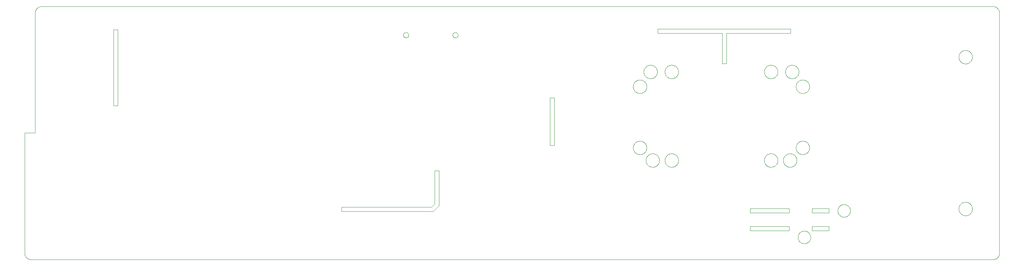
<source format=gko>
G75*
%MOIN*%
%OFA0B0*%
%FSLAX25Y25*%
%IPPOS*%
%LPD*%
%AMOC8*
5,1,8,0,0,1.08239X$1,22.5*
%
%ADD10C,0.00394*%
%ADD11C,0.00400*%
%ADD12C,0.00000*%
D10*
X0048728Y0036492D02*
X0944397Y0036492D01*
X0944549Y0036494D01*
X0944701Y0036500D01*
X0944853Y0036510D01*
X0945004Y0036523D01*
X0945155Y0036541D01*
X0945306Y0036562D01*
X0945456Y0036588D01*
X0945605Y0036617D01*
X0945754Y0036650D01*
X0945901Y0036687D01*
X0946048Y0036727D01*
X0946193Y0036772D01*
X0946337Y0036820D01*
X0946480Y0036872D01*
X0946622Y0036927D01*
X0946762Y0036986D01*
X0946901Y0037049D01*
X0947038Y0037115D01*
X0947173Y0037185D01*
X0947306Y0037258D01*
X0947437Y0037335D01*
X0947567Y0037415D01*
X0947694Y0037498D01*
X0947819Y0037584D01*
X0947942Y0037674D01*
X0948062Y0037767D01*
X0948180Y0037863D01*
X0948296Y0037962D01*
X0948409Y0038064D01*
X0948519Y0038168D01*
X0948627Y0038276D01*
X0948731Y0038386D01*
X0948833Y0038499D01*
X0948932Y0038615D01*
X0949028Y0038733D01*
X0949121Y0038853D01*
X0949211Y0038976D01*
X0949297Y0039101D01*
X0949380Y0039228D01*
X0949460Y0039358D01*
X0949537Y0039489D01*
X0949610Y0039622D01*
X0949680Y0039757D01*
X0949746Y0039894D01*
X0949809Y0040033D01*
X0949868Y0040173D01*
X0949923Y0040315D01*
X0949975Y0040458D01*
X0950023Y0040602D01*
X0950068Y0040747D01*
X0950108Y0040894D01*
X0950145Y0041041D01*
X0950178Y0041190D01*
X0950207Y0041339D01*
X0950233Y0041489D01*
X0950254Y0041640D01*
X0950272Y0041791D01*
X0950285Y0041942D01*
X0950295Y0042094D01*
X0950301Y0042246D01*
X0950303Y0042398D01*
X0950303Y0266807D01*
X0950301Y0266959D01*
X0950295Y0267111D01*
X0950285Y0267263D01*
X0950272Y0267414D01*
X0950254Y0267565D01*
X0950233Y0267716D01*
X0950207Y0267866D01*
X0950178Y0268015D01*
X0950145Y0268164D01*
X0950108Y0268311D01*
X0950068Y0268458D01*
X0950023Y0268603D01*
X0949975Y0268747D01*
X0949923Y0268890D01*
X0949868Y0269032D01*
X0949809Y0269172D01*
X0949746Y0269311D01*
X0949680Y0269448D01*
X0949610Y0269583D01*
X0949537Y0269716D01*
X0949460Y0269847D01*
X0949380Y0269977D01*
X0949297Y0270104D01*
X0949211Y0270229D01*
X0949121Y0270352D01*
X0949028Y0270472D01*
X0948932Y0270590D01*
X0948833Y0270706D01*
X0948731Y0270819D01*
X0948627Y0270929D01*
X0948519Y0271037D01*
X0948409Y0271141D01*
X0948296Y0271243D01*
X0948180Y0271342D01*
X0948062Y0271438D01*
X0947942Y0271531D01*
X0947819Y0271621D01*
X0947694Y0271707D01*
X0947567Y0271790D01*
X0947437Y0271870D01*
X0947306Y0271947D01*
X0947173Y0272020D01*
X0947038Y0272090D01*
X0946901Y0272156D01*
X0946762Y0272219D01*
X0946622Y0272278D01*
X0946480Y0272333D01*
X0946337Y0272385D01*
X0946193Y0272433D01*
X0946048Y0272478D01*
X0945901Y0272518D01*
X0945754Y0272555D01*
X0945605Y0272588D01*
X0945456Y0272617D01*
X0945306Y0272643D01*
X0945155Y0272664D01*
X0945004Y0272682D01*
X0944853Y0272695D01*
X0944701Y0272705D01*
X0944549Y0272711D01*
X0944397Y0272713D01*
X0058570Y0272713D01*
X0058418Y0272711D01*
X0058266Y0272705D01*
X0058114Y0272695D01*
X0057963Y0272682D01*
X0057812Y0272664D01*
X0057661Y0272643D01*
X0057511Y0272617D01*
X0057362Y0272588D01*
X0057213Y0272555D01*
X0057066Y0272518D01*
X0056919Y0272478D01*
X0056774Y0272433D01*
X0056630Y0272385D01*
X0056487Y0272333D01*
X0056345Y0272278D01*
X0056205Y0272219D01*
X0056066Y0272156D01*
X0055929Y0272090D01*
X0055794Y0272020D01*
X0055661Y0271947D01*
X0055530Y0271870D01*
X0055400Y0271790D01*
X0055273Y0271707D01*
X0055148Y0271621D01*
X0055025Y0271531D01*
X0054905Y0271438D01*
X0054787Y0271342D01*
X0054671Y0271243D01*
X0054558Y0271141D01*
X0054448Y0271037D01*
X0054340Y0270929D01*
X0054236Y0270819D01*
X0054134Y0270706D01*
X0054035Y0270590D01*
X0053939Y0270472D01*
X0053846Y0270352D01*
X0053756Y0270229D01*
X0053670Y0270104D01*
X0053587Y0269977D01*
X0053507Y0269847D01*
X0053430Y0269716D01*
X0053357Y0269583D01*
X0053287Y0269448D01*
X0053221Y0269311D01*
X0053158Y0269172D01*
X0053099Y0269032D01*
X0053044Y0268890D01*
X0052992Y0268747D01*
X0052944Y0268603D01*
X0052899Y0268458D01*
X0052859Y0268311D01*
X0052822Y0268164D01*
X0052789Y0268015D01*
X0052760Y0267866D01*
X0052734Y0267716D01*
X0052713Y0267565D01*
X0052695Y0267414D01*
X0052682Y0267263D01*
X0052672Y0267111D01*
X0052666Y0266959D01*
X0052664Y0266807D01*
X0052665Y0266807D02*
X0052665Y0154602D01*
X0042822Y0154602D01*
X0042822Y0042398D01*
X0042824Y0042246D01*
X0042830Y0042094D01*
X0042840Y0041942D01*
X0042853Y0041791D01*
X0042871Y0041640D01*
X0042892Y0041489D01*
X0042918Y0041339D01*
X0042947Y0041190D01*
X0042980Y0041041D01*
X0043017Y0040894D01*
X0043057Y0040747D01*
X0043102Y0040602D01*
X0043150Y0040458D01*
X0043202Y0040315D01*
X0043257Y0040173D01*
X0043316Y0040033D01*
X0043379Y0039894D01*
X0043445Y0039757D01*
X0043515Y0039622D01*
X0043588Y0039489D01*
X0043665Y0039358D01*
X0043745Y0039228D01*
X0043828Y0039101D01*
X0043914Y0038976D01*
X0044004Y0038853D01*
X0044097Y0038733D01*
X0044193Y0038615D01*
X0044292Y0038499D01*
X0044394Y0038386D01*
X0044498Y0038276D01*
X0044606Y0038168D01*
X0044716Y0038064D01*
X0044829Y0037962D01*
X0044945Y0037863D01*
X0045063Y0037767D01*
X0045183Y0037674D01*
X0045306Y0037584D01*
X0045431Y0037498D01*
X0045558Y0037415D01*
X0045688Y0037335D01*
X0045819Y0037258D01*
X0045952Y0037185D01*
X0046087Y0037115D01*
X0046224Y0037049D01*
X0046363Y0036986D01*
X0046503Y0036927D01*
X0046645Y0036872D01*
X0046788Y0036820D01*
X0046932Y0036772D01*
X0047077Y0036727D01*
X0047224Y0036687D01*
X0047371Y0036650D01*
X0047520Y0036617D01*
X0047669Y0036588D01*
X0047819Y0036562D01*
X0047970Y0036541D01*
X0048121Y0036523D01*
X0048272Y0036510D01*
X0048424Y0036500D01*
X0048576Y0036494D01*
X0048728Y0036492D01*
X0125499Y0180193D02*
X0129436Y0180193D01*
X0129436Y0251059D01*
X0125499Y0251059D01*
X0125499Y0180193D01*
X0718212Y0083978D02*
X0718212Y0080041D01*
X0754432Y0080041D01*
X0754432Y0083978D01*
X0718212Y0083978D01*
X0718212Y0067443D02*
X0718212Y0063506D01*
X0754432Y0063506D01*
X0754432Y0067443D01*
X0718212Y0067443D01*
X0775948Y0067443D02*
X0775948Y0063506D01*
X0791696Y0063506D01*
X0791696Y0067443D01*
X0775948Y0067443D01*
X0775948Y0080041D02*
X0775948Y0083978D01*
X0791696Y0083978D01*
X0791696Y0080041D01*
X0775948Y0080041D01*
D11*
X0535822Y0142992D02*
X0531822Y0142992D01*
X0531822Y0187492D01*
X0535822Y0187492D01*
X0535822Y0142992D01*
X0428572Y0119242D02*
X0428572Y0086742D01*
X0423322Y0081492D01*
X0338072Y0081492D01*
X0338072Y0085492D01*
X0421572Y0085492D01*
X0424572Y0088492D01*
X0424572Y0119242D01*
X0428572Y0119242D01*
X0692322Y0219492D02*
X0692322Y0247742D01*
X0632322Y0247742D01*
X0632322Y0251742D01*
X0755822Y0251742D01*
X0755822Y0247742D01*
X0696322Y0247742D01*
X0696322Y0219492D01*
X0692322Y0219492D01*
D12*
X0731405Y0211689D02*
X0731407Y0211847D01*
X0731413Y0212005D01*
X0731423Y0212163D01*
X0731437Y0212321D01*
X0731455Y0212478D01*
X0731476Y0212635D01*
X0731502Y0212791D01*
X0731532Y0212947D01*
X0731565Y0213102D01*
X0731603Y0213255D01*
X0731644Y0213408D01*
X0731689Y0213560D01*
X0731738Y0213711D01*
X0731791Y0213860D01*
X0731847Y0214008D01*
X0731907Y0214154D01*
X0731971Y0214299D01*
X0732039Y0214442D01*
X0732110Y0214584D01*
X0732184Y0214724D01*
X0732262Y0214861D01*
X0732344Y0214997D01*
X0732428Y0215131D01*
X0732517Y0215262D01*
X0732608Y0215391D01*
X0732703Y0215518D01*
X0732800Y0215643D01*
X0732901Y0215765D01*
X0733005Y0215884D01*
X0733112Y0216001D01*
X0733222Y0216115D01*
X0733335Y0216226D01*
X0733450Y0216335D01*
X0733568Y0216440D01*
X0733689Y0216542D01*
X0733812Y0216642D01*
X0733938Y0216738D01*
X0734066Y0216831D01*
X0734196Y0216921D01*
X0734329Y0217007D01*
X0734464Y0217091D01*
X0734600Y0217170D01*
X0734739Y0217247D01*
X0734880Y0217319D01*
X0735022Y0217389D01*
X0735166Y0217454D01*
X0735312Y0217516D01*
X0735459Y0217574D01*
X0735608Y0217629D01*
X0735758Y0217680D01*
X0735909Y0217727D01*
X0736061Y0217770D01*
X0736214Y0217809D01*
X0736369Y0217845D01*
X0736524Y0217876D01*
X0736680Y0217904D01*
X0736836Y0217928D01*
X0736993Y0217948D01*
X0737151Y0217964D01*
X0737308Y0217976D01*
X0737467Y0217984D01*
X0737625Y0217988D01*
X0737783Y0217988D01*
X0737941Y0217984D01*
X0738100Y0217976D01*
X0738257Y0217964D01*
X0738415Y0217948D01*
X0738572Y0217928D01*
X0738728Y0217904D01*
X0738884Y0217876D01*
X0739039Y0217845D01*
X0739194Y0217809D01*
X0739347Y0217770D01*
X0739499Y0217727D01*
X0739650Y0217680D01*
X0739800Y0217629D01*
X0739949Y0217574D01*
X0740096Y0217516D01*
X0740242Y0217454D01*
X0740386Y0217389D01*
X0740528Y0217319D01*
X0740669Y0217247D01*
X0740808Y0217170D01*
X0740944Y0217091D01*
X0741079Y0217007D01*
X0741212Y0216921D01*
X0741342Y0216831D01*
X0741470Y0216738D01*
X0741596Y0216642D01*
X0741719Y0216542D01*
X0741840Y0216440D01*
X0741958Y0216335D01*
X0742073Y0216226D01*
X0742186Y0216115D01*
X0742296Y0216001D01*
X0742403Y0215884D01*
X0742507Y0215765D01*
X0742608Y0215643D01*
X0742705Y0215518D01*
X0742800Y0215391D01*
X0742891Y0215262D01*
X0742980Y0215131D01*
X0743064Y0214997D01*
X0743146Y0214861D01*
X0743224Y0214724D01*
X0743298Y0214584D01*
X0743369Y0214442D01*
X0743437Y0214299D01*
X0743501Y0214154D01*
X0743561Y0214008D01*
X0743617Y0213860D01*
X0743670Y0213711D01*
X0743719Y0213560D01*
X0743764Y0213408D01*
X0743805Y0213255D01*
X0743843Y0213102D01*
X0743876Y0212947D01*
X0743906Y0212791D01*
X0743932Y0212635D01*
X0743953Y0212478D01*
X0743971Y0212321D01*
X0743985Y0212163D01*
X0743995Y0212005D01*
X0744001Y0211847D01*
X0744003Y0211689D01*
X0744001Y0211531D01*
X0743995Y0211373D01*
X0743985Y0211215D01*
X0743971Y0211057D01*
X0743953Y0210900D01*
X0743932Y0210743D01*
X0743906Y0210587D01*
X0743876Y0210431D01*
X0743843Y0210276D01*
X0743805Y0210123D01*
X0743764Y0209970D01*
X0743719Y0209818D01*
X0743670Y0209667D01*
X0743617Y0209518D01*
X0743561Y0209370D01*
X0743501Y0209224D01*
X0743437Y0209079D01*
X0743369Y0208936D01*
X0743298Y0208794D01*
X0743224Y0208654D01*
X0743146Y0208517D01*
X0743064Y0208381D01*
X0742980Y0208247D01*
X0742891Y0208116D01*
X0742800Y0207987D01*
X0742705Y0207860D01*
X0742608Y0207735D01*
X0742507Y0207613D01*
X0742403Y0207494D01*
X0742296Y0207377D01*
X0742186Y0207263D01*
X0742073Y0207152D01*
X0741958Y0207043D01*
X0741840Y0206938D01*
X0741719Y0206836D01*
X0741596Y0206736D01*
X0741470Y0206640D01*
X0741342Y0206547D01*
X0741212Y0206457D01*
X0741079Y0206371D01*
X0740944Y0206287D01*
X0740808Y0206208D01*
X0740669Y0206131D01*
X0740528Y0206059D01*
X0740386Y0205989D01*
X0740242Y0205924D01*
X0740096Y0205862D01*
X0739949Y0205804D01*
X0739800Y0205749D01*
X0739650Y0205698D01*
X0739499Y0205651D01*
X0739347Y0205608D01*
X0739194Y0205569D01*
X0739039Y0205533D01*
X0738884Y0205502D01*
X0738728Y0205474D01*
X0738572Y0205450D01*
X0738415Y0205430D01*
X0738257Y0205414D01*
X0738100Y0205402D01*
X0737941Y0205394D01*
X0737783Y0205390D01*
X0737625Y0205390D01*
X0737467Y0205394D01*
X0737308Y0205402D01*
X0737151Y0205414D01*
X0736993Y0205430D01*
X0736836Y0205450D01*
X0736680Y0205474D01*
X0736524Y0205502D01*
X0736369Y0205533D01*
X0736214Y0205569D01*
X0736061Y0205608D01*
X0735909Y0205651D01*
X0735758Y0205698D01*
X0735608Y0205749D01*
X0735459Y0205804D01*
X0735312Y0205862D01*
X0735166Y0205924D01*
X0735022Y0205989D01*
X0734880Y0206059D01*
X0734739Y0206131D01*
X0734600Y0206208D01*
X0734464Y0206287D01*
X0734329Y0206371D01*
X0734196Y0206457D01*
X0734066Y0206547D01*
X0733938Y0206640D01*
X0733812Y0206736D01*
X0733689Y0206836D01*
X0733568Y0206938D01*
X0733450Y0207043D01*
X0733335Y0207152D01*
X0733222Y0207263D01*
X0733112Y0207377D01*
X0733005Y0207494D01*
X0732901Y0207613D01*
X0732800Y0207735D01*
X0732703Y0207860D01*
X0732608Y0207987D01*
X0732517Y0208116D01*
X0732428Y0208247D01*
X0732344Y0208381D01*
X0732262Y0208517D01*
X0732184Y0208654D01*
X0732110Y0208794D01*
X0732039Y0208936D01*
X0731971Y0209079D01*
X0731907Y0209224D01*
X0731847Y0209370D01*
X0731791Y0209518D01*
X0731738Y0209667D01*
X0731689Y0209818D01*
X0731644Y0209970D01*
X0731603Y0210123D01*
X0731565Y0210276D01*
X0731532Y0210431D01*
X0731502Y0210587D01*
X0731476Y0210743D01*
X0731455Y0210900D01*
X0731437Y0211057D01*
X0731423Y0211215D01*
X0731413Y0211373D01*
X0731407Y0211531D01*
X0731405Y0211689D01*
X0751090Y0211689D02*
X0751092Y0211847D01*
X0751098Y0212005D01*
X0751108Y0212163D01*
X0751122Y0212321D01*
X0751140Y0212478D01*
X0751161Y0212635D01*
X0751187Y0212791D01*
X0751217Y0212947D01*
X0751250Y0213102D01*
X0751288Y0213255D01*
X0751329Y0213408D01*
X0751374Y0213560D01*
X0751423Y0213711D01*
X0751476Y0213860D01*
X0751532Y0214008D01*
X0751592Y0214154D01*
X0751656Y0214299D01*
X0751724Y0214442D01*
X0751795Y0214584D01*
X0751869Y0214724D01*
X0751947Y0214861D01*
X0752029Y0214997D01*
X0752113Y0215131D01*
X0752202Y0215262D01*
X0752293Y0215391D01*
X0752388Y0215518D01*
X0752485Y0215643D01*
X0752586Y0215765D01*
X0752690Y0215884D01*
X0752797Y0216001D01*
X0752907Y0216115D01*
X0753020Y0216226D01*
X0753135Y0216335D01*
X0753253Y0216440D01*
X0753374Y0216542D01*
X0753497Y0216642D01*
X0753623Y0216738D01*
X0753751Y0216831D01*
X0753881Y0216921D01*
X0754014Y0217007D01*
X0754149Y0217091D01*
X0754285Y0217170D01*
X0754424Y0217247D01*
X0754565Y0217319D01*
X0754707Y0217389D01*
X0754851Y0217454D01*
X0754997Y0217516D01*
X0755144Y0217574D01*
X0755293Y0217629D01*
X0755443Y0217680D01*
X0755594Y0217727D01*
X0755746Y0217770D01*
X0755899Y0217809D01*
X0756054Y0217845D01*
X0756209Y0217876D01*
X0756365Y0217904D01*
X0756521Y0217928D01*
X0756678Y0217948D01*
X0756836Y0217964D01*
X0756993Y0217976D01*
X0757152Y0217984D01*
X0757310Y0217988D01*
X0757468Y0217988D01*
X0757626Y0217984D01*
X0757785Y0217976D01*
X0757942Y0217964D01*
X0758100Y0217948D01*
X0758257Y0217928D01*
X0758413Y0217904D01*
X0758569Y0217876D01*
X0758724Y0217845D01*
X0758879Y0217809D01*
X0759032Y0217770D01*
X0759184Y0217727D01*
X0759335Y0217680D01*
X0759485Y0217629D01*
X0759634Y0217574D01*
X0759781Y0217516D01*
X0759927Y0217454D01*
X0760071Y0217389D01*
X0760213Y0217319D01*
X0760354Y0217247D01*
X0760493Y0217170D01*
X0760629Y0217091D01*
X0760764Y0217007D01*
X0760897Y0216921D01*
X0761027Y0216831D01*
X0761155Y0216738D01*
X0761281Y0216642D01*
X0761404Y0216542D01*
X0761525Y0216440D01*
X0761643Y0216335D01*
X0761758Y0216226D01*
X0761871Y0216115D01*
X0761981Y0216001D01*
X0762088Y0215884D01*
X0762192Y0215765D01*
X0762293Y0215643D01*
X0762390Y0215518D01*
X0762485Y0215391D01*
X0762576Y0215262D01*
X0762665Y0215131D01*
X0762749Y0214997D01*
X0762831Y0214861D01*
X0762909Y0214724D01*
X0762983Y0214584D01*
X0763054Y0214442D01*
X0763122Y0214299D01*
X0763186Y0214154D01*
X0763246Y0214008D01*
X0763302Y0213860D01*
X0763355Y0213711D01*
X0763404Y0213560D01*
X0763449Y0213408D01*
X0763490Y0213255D01*
X0763528Y0213102D01*
X0763561Y0212947D01*
X0763591Y0212791D01*
X0763617Y0212635D01*
X0763638Y0212478D01*
X0763656Y0212321D01*
X0763670Y0212163D01*
X0763680Y0212005D01*
X0763686Y0211847D01*
X0763688Y0211689D01*
X0763686Y0211531D01*
X0763680Y0211373D01*
X0763670Y0211215D01*
X0763656Y0211057D01*
X0763638Y0210900D01*
X0763617Y0210743D01*
X0763591Y0210587D01*
X0763561Y0210431D01*
X0763528Y0210276D01*
X0763490Y0210123D01*
X0763449Y0209970D01*
X0763404Y0209818D01*
X0763355Y0209667D01*
X0763302Y0209518D01*
X0763246Y0209370D01*
X0763186Y0209224D01*
X0763122Y0209079D01*
X0763054Y0208936D01*
X0762983Y0208794D01*
X0762909Y0208654D01*
X0762831Y0208517D01*
X0762749Y0208381D01*
X0762665Y0208247D01*
X0762576Y0208116D01*
X0762485Y0207987D01*
X0762390Y0207860D01*
X0762293Y0207735D01*
X0762192Y0207613D01*
X0762088Y0207494D01*
X0761981Y0207377D01*
X0761871Y0207263D01*
X0761758Y0207152D01*
X0761643Y0207043D01*
X0761525Y0206938D01*
X0761404Y0206836D01*
X0761281Y0206736D01*
X0761155Y0206640D01*
X0761027Y0206547D01*
X0760897Y0206457D01*
X0760764Y0206371D01*
X0760629Y0206287D01*
X0760493Y0206208D01*
X0760354Y0206131D01*
X0760213Y0206059D01*
X0760071Y0205989D01*
X0759927Y0205924D01*
X0759781Y0205862D01*
X0759634Y0205804D01*
X0759485Y0205749D01*
X0759335Y0205698D01*
X0759184Y0205651D01*
X0759032Y0205608D01*
X0758879Y0205569D01*
X0758724Y0205533D01*
X0758569Y0205502D01*
X0758413Y0205474D01*
X0758257Y0205450D01*
X0758100Y0205430D01*
X0757942Y0205414D01*
X0757785Y0205402D01*
X0757626Y0205394D01*
X0757468Y0205390D01*
X0757310Y0205390D01*
X0757152Y0205394D01*
X0756993Y0205402D01*
X0756836Y0205414D01*
X0756678Y0205430D01*
X0756521Y0205450D01*
X0756365Y0205474D01*
X0756209Y0205502D01*
X0756054Y0205533D01*
X0755899Y0205569D01*
X0755746Y0205608D01*
X0755594Y0205651D01*
X0755443Y0205698D01*
X0755293Y0205749D01*
X0755144Y0205804D01*
X0754997Y0205862D01*
X0754851Y0205924D01*
X0754707Y0205989D01*
X0754565Y0206059D01*
X0754424Y0206131D01*
X0754285Y0206208D01*
X0754149Y0206287D01*
X0754014Y0206371D01*
X0753881Y0206457D01*
X0753751Y0206547D01*
X0753623Y0206640D01*
X0753497Y0206736D01*
X0753374Y0206836D01*
X0753253Y0206938D01*
X0753135Y0207043D01*
X0753020Y0207152D01*
X0752907Y0207263D01*
X0752797Y0207377D01*
X0752690Y0207494D01*
X0752586Y0207613D01*
X0752485Y0207735D01*
X0752388Y0207860D01*
X0752293Y0207987D01*
X0752202Y0208116D01*
X0752113Y0208247D01*
X0752029Y0208381D01*
X0751947Y0208517D01*
X0751869Y0208654D01*
X0751795Y0208794D01*
X0751724Y0208936D01*
X0751656Y0209079D01*
X0751592Y0209224D01*
X0751532Y0209370D01*
X0751476Y0209518D01*
X0751423Y0209667D01*
X0751374Y0209818D01*
X0751329Y0209970D01*
X0751288Y0210123D01*
X0751250Y0210276D01*
X0751217Y0210431D01*
X0751187Y0210587D01*
X0751161Y0210743D01*
X0751140Y0210900D01*
X0751122Y0211057D01*
X0751108Y0211215D01*
X0751098Y0211373D01*
X0751092Y0211531D01*
X0751090Y0211689D01*
X0760933Y0197909D02*
X0760935Y0198067D01*
X0760941Y0198225D01*
X0760951Y0198383D01*
X0760965Y0198541D01*
X0760983Y0198698D01*
X0761004Y0198855D01*
X0761030Y0199011D01*
X0761060Y0199167D01*
X0761093Y0199322D01*
X0761131Y0199475D01*
X0761172Y0199628D01*
X0761217Y0199780D01*
X0761266Y0199931D01*
X0761319Y0200080D01*
X0761375Y0200228D01*
X0761435Y0200374D01*
X0761499Y0200519D01*
X0761567Y0200662D01*
X0761638Y0200804D01*
X0761712Y0200944D01*
X0761790Y0201081D01*
X0761872Y0201217D01*
X0761956Y0201351D01*
X0762045Y0201482D01*
X0762136Y0201611D01*
X0762231Y0201738D01*
X0762328Y0201863D01*
X0762429Y0201985D01*
X0762533Y0202104D01*
X0762640Y0202221D01*
X0762750Y0202335D01*
X0762863Y0202446D01*
X0762978Y0202555D01*
X0763096Y0202660D01*
X0763217Y0202762D01*
X0763340Y0202862D01*
X0763466Y0202958D01*
X0763594Y0203051D01*
X0763724Y0203141D01*
X0763857Y0203227D01*
X0763992Y0203311D01*
X0764128Y0203390D01*
X0764267Y0203467D01*
X0764408Y0203539D01*
X0764550Y0203609D01*
X0764694Y0203674D01*
X0764840Y0203736D01*
X0764987Y0203794D01*
X0765136Y0203849D01*
X0765286Y0203900D01*
X0765437Y0203947D01*
X0765589Y0203990D01*
X0765742Y0204029D01*
X0765897Y0204065D01*
X0766052Y0204096D01*
X0766208Y0204124D01*
X0766364Y0204148D01*
X0766521Y0204168D01*
X0766679Y0204184D01*
X0766836Y0204196D01*
X0766995Y0204204D01*
X0767153Y0204208D01*
X0767311Y0204208D01*
X0767469Y0204204D01*
X0767628Y0204196D01*
X0767785Y0204184D01*
X0767943Y0204168D01*
X0768100Y0204148D01*
X0768256Y0204124D01*
X0768412Y0204096D01*
X0768567Y0204065D01*
X0768722Y0204029D01*
X0768875Y0203990D01*
X0769027Y0203947D01*
X0769178Y0203900D01*
X0769328Y0203849D01*
X0769477Y0203794D01*
X0769624Y0203736D01*
X0769770Y0203674D01*
X0769914Y0203609D01*
X0770056Y0203539D01*
X0770197Y0203467D01*
X0770336Y0203390D01*
X0770472Y0203311D01*
X0770607Y0203227D01*
X0770740Y0203141D01*
X0770870Y0203051D01*
X0770998Y0202958D01*
X0771124Y0202862D01*
X0771247Y0202762D01*
X0771368Y0202660D01*
X0771486Y0202555D01*
X0771601Y0202446D01*
X0771714Y0202335D01*
X0771824Y0202221D01*
X0771931Y0202104D01*
X0772035Y0201985D01*
X0772136Y0201863D01*
X0772233Y0201738D01*
X0772328Y0201611D01*
X0772419Y0201482D01*
X0772508Y0201351D01*
X0772592Y0201217D01*
X0772674Y0201081D01*
X0772752Y0200944D01*
X0772826Y0200804D01*
X0772897Y0200662D01*
X0772965Y0200519D01*
X0773029Y0200374D01*
X0773089Y0200228D01*
X0773145Y0200080D01*
X0773198Y0199931D01*
X0773247Y0199780D01*
X0773292Y0199628D01*
X0773333Y0199475D01*
X0773371Y0199322D01*
X0773404Y0199167D01*
X0773434Y0199011D01*
X0773460Y0198855D01*
X0773481Y0198698D01*
X0773499Y0198541D01*
X0773513Y0198383D01*
X0773523Y0198225D01*
X0773529Y0198067D01*
X0773531Y0197909D01*
X0773529Y0197751D01*
X0773523Y0197593D01*
X0773513Y0197435D01*
X0773499Y0197277D01*
X0773481Y0197120D01*
X0773460Y0196963D01*
X0773434Y0196807D01*
X0773404Y0196651D01*
X0773371Y0196496D01*
X0773333Y0196343D01*
X0773292Y0196190D01*
X0773247Y0196038D01*
X0773198Y0195887D01*
X0773145Y0195738D01*
X0773089Y0195590D01*
X0773029Y0195444D01*
X0772965Y0195299D01*
X0772897Y0195156D01*
X0772826Y0195014D01*
X0772752Y0194874D01*
X0772674Y0194737D01*
X0772592Y0194601D01*
X0772508Y0194467D01*
X0772419Y0194336D01*
X0772328Y0194207D01*
X0772233Y0194080D01*
X0772136Y0193955D01*
X0772035Y0193833D01*
X0771931Y0193714D01*
X0771824Y0193597D01*
X0771714Y0193483D01*
X0771601Y0193372D01*
X0771486Y0193263D01*
X0771368Y0193158D01*
X0771247Y0193056D01*
X0771124Y0192956D01*
X0770998Y0192860D01*
X0770870Y0192767D01*
X0770740Y0192677D01*
X0770607Y0192591D01*
X0770472Y0192507D01*
X0770336Y0192428D01*
X0770197Y0192351D01*
X0770056Y0192279D01*
X0769914Y0192209D01*
X0769770Y0192144D01*
X0769624Y0192082D01*
X0769477Y0192024D01*
X0769328Y0191969D01*
X0769178Y0191918D01*
X0769027Y0191871D01*
X0768875Y0191828D01*
X0768722Y0191789D01*
X0768567Y0191753D01*
X0768412Y0191722D01*
X0768256Y0191694D01*
X0768100Y0191670D01*
X0767943Y0191650D01*
X0767785Y0191634D01*
X0767628Y0191622D01*
X0767469Y0191614D01*
X0767311Y0191610D01*
X0767153Y0191610D01*
X0766995Y0191614D01*
X0766836Y0191622D01*
X0766679Y0191634D01*
X0766521Y0191650D01*
X0766364Y0191670D01*
X0766208Y0191694D01*
X0766052Y0191722D01*
X0765897Y0191753D01*
X0765742Y0191789D01*
X0765589Y0191828D01*
X0765437Y0191871D01*
X0765286Y0191918D01*
X0765136Y0191969D01*
X0764987Y0192024D01*
X0764840Y0192082D01*
X0764694Y0192144D01*
X0764550Y0192209D01*
X0764408Y0192279D01*
X0764267Y0192351D01*
X0764128Y0192428D01*
X0763992Y0192507D01*
X0763857Y0192591D01*
X0763724Y0192677D01*
X0763594Y0192767D01*
X0763466Y0192860D01*
X0763340Y0192956D01*
X0763217Y0193056D01*
X0763096Y0193158D01*
X0762978Y0193263D01*
X0762863Y0193372D01*
X0762750Y0193483D01*
X0762640Y0193597D01*
X0762533Y0193714D01*
X0762429Y0193833D01*
X0762328Y0193955D01*
X0762231Y0194080D01*
X0762136Y0194207D01*
X0762045Y0194336D01*
X0761956Y0194467D01*
X0761872Y0194601D01*
X0761790Y0194737D01*
X0761712Y0194874D01*
X0761638Y0195014D01*
X0761567Y0195156D01*
X0761499Y0195299D01*
X0761435Y0195444D01*
X0761375Y0195590D01*
X0761319Y0195738D01*
X0761266Y0195887D01*
X0761217Y0196038D01*
X0761172Y0196190D01*
X0761131Y0196343D01*
X0761093Y0196496D01*
X0761060Y0196651D01*
X0761030Y0196807D01*
X0761004Y0196963D01*
X0760983Y0197120D01*
X0760965Y0197277D01*
X0760951Y0197435D01*
X0760941Y0197593D01*
X0760935Y0197751D01*
X0760933Y0197909D01*
X0638885Y0211689D02*
X0638887Y0211847D01*
X0638893Y0212005D01*
X0638903Y0212163D01*
X0638917Y0212321D01*
X0638935Y0212478D01*
X0638956Y0212635D01*
X0638982Y0212791D01*
X0639012Y0212947D01*
X0639045Y0213102D01*
X0639083Y0213255D01*
X0639124Y0213408D01*
X0639169Y0213560D01*
X0639218Y0213711D01*
X0639271Y0213860D01*
X0639327Y0214008D01*
X0639387Y0214154D01*
X0639451Y0214299D01*
X0639519Y0214442D01*
X0639590Y0214584D01*
X0639664Y0214724D01*
X0639742Y0214861D01*
X0639824Y0214997D01*
X0639908Y0215131D01*
X0639997Y0215262D01*
X0640088Y0215391D01*
X0640183Y0215518D01*
X0640280Y0215643D01*
X0640381Y0215765D01*
X0640485Y0215884D01*
X0640592Y0216001D01*
X0640702Y0216115D01*
X0640815Y0216226D01*
X0640930Y0216335D01*
X0641048Y0216440D01*
X0641169Y0216542D01*
X0641292Y0216642D01*
X0641418Y0216738D01*
X0641546Y0216831D01*
X0641676Y0216921D01*
X0641809Y0217007D01*
X0641944Y0217091D01*
X0642080Y0217170D01*
X0642219Y0217247D01*
X0642360Y0217319D01*
X0642502Y0217389D01*
X0642646Y0217454D01*
X0642792Y0217516D01*
X0642939Y0217574D01*
X0643088Y0217629D01*
X0643238Y0217680D01*
X0643389Y0217727D01*
X0643541Y0217770D01*
X0643694Y0217809D01*
X0643849Y0217845D01*
X0644004Y0217876D01*
X0644160Y0217904D01*
X0644316Y0217928D01*
X0644473Y0217948D01*
X0644631Y0217964D01*
X0644788Y0217976D01*
X0644947Y0217984D01*
X0645105Y0217988D01*
X0645263Y0217988D01*
X0645421Y0217984D01*
X0645580Y0217976D01*
X0645737Y0217964D01*
X0645895Y0217948D01*
X0646052Y0217928D01*
X0646208Y0217904D01*
X0646364Y0217876D01*
X0646519Y0217845D01*
X0646674Y0217809D01*
X0646827Y0217770D01*
X0646979Y0217727D01*
X0647130Y0217680D01*
X0647280Y0217629D01*
X0647429Y0217574D01*
X0647576Y0217516D01*
X0647722Y0217454D01*
X0647866Y0217389D01*
X0648008Y0217319D01*
X0648149Y0217247D01*
X0648288Y0217170D01*
X0648424Y0217091D01*
X0648559Y0217007D01*
X0648692Y0216921D01*
X0648822Y0216831D01*
X0648950Y0216738D01*
X0649076Y0216642D01*
X0649199Y0216542D01*
X0649320Y0216440D01*
X0649438Y0216335D01*
X0649553Y0216226D01*
X0649666Y0216115D01*
X0649776Y0216001D01*
X0649883Y0215884D01*
X0649987Y0215765D01*
X0650088Y0215643D01*
X0650185Y0215518D01*
X0650280Y0215391D01*
X0650371Y0215262D01*
X0650460Y0215131D01*
X0650544Y0214997D01*
X0650626Y0214861D01*
X0650704Y0214724D01*
X0650778Y0214584D01*
X0650849Y0214442D01*
X0650917Y0214299D01*
X0650981Y0214154D01*
X0651041Y0214008D01*
X0651097Y0213860D01*
X0651150Y0213711D01*
X0651199Y0213560D01*
X0651244Y0213408D01*
X0651285Y0213255D01*
X0651323Y0213102D01*
X0651356Y0212947D01*
X0651386Y0212791D01*
X0651412Y0212635D01*
X0651433Y0212478D01*
X0651451Y0212321D01*
X0651465Y0212163D01*
X0651475Y0212005D01*
X0651481Y0211847D01*
X0651483Y0211689D01*
X0651481Y0211531D01*
X0651475Y0211373D01*
X0651465Y0211215D01*
X0651451Y0211057D01*
X0651433Y0210900D01*
X0651412Y0210743D01*
X0651386Y0210587D01*
X0651356Y0210431D01*
X0651323Y0210276D01*
X0651285Y0210123D01*
X0651244Y0209970D01*
X0651199Y0209818D01*
X0651150Y0209667D01*
X0651097Y0209518D01*
X0651041Y0209370D01*
X0650981Y0209224D01*
X0650917Y0209079D01*
X0650849Y0208936D01*
X0650778Y0208794D01*
X0650704Y0208654D01*
X0650626Y0208517D01*
X0650544Y0208381D01*
X0650460Y0208247D01*
X0650371Y0208116D01*
X0650280Y0207987D01*
X0650185Y0207860D01*
X0650088Y0207735D01*
X0649987Y0207613D01*
X0649883Y0207494D01*
X0649776Y0207377D01*
X0649666Y0207263D01*
X0649553Y0207152D01*
X0649438Y0207043D01*
X0649320Y0206938D01*
X0649199Y0206836D01*
X0649076Y0206736D01*
X0648950Y0206640D01*
X0648822Y0206547D01*
X0648692Y0206457D01*
X0648559Y0206371D01*
X0648424Y0206287D01*
X0648288Y0206208D01*
X0648149Y0206131D01*
X0648008Y0206059D01*
X0647866Y0205989D01*
X0647722Y0205924D01*
X0647576Y0205862D01*
X0647429Y0205804D01*
X0647280Y0205749D01*
X0647130Y0205698D01*
X0646979Y0205651D01*
X0646827Y0205608D01*
X0646674Y0205569D01*
X0646519Y0205533D01*
X0646364Y0205502D01*
X0646208Y0205474D01*
X0646052Y0205450D01*
X0645895Y0205430D01*
X0645737Y0205414D01*
X0645580Y0205402D01*
X0645421Y0205394D01*
X0645263Y0205390D01*
X0645105Y0205390D01*
X0644947Y0205394D01*
X0644788Y0205402D01*
X0644631Y0205414D01*
X0644473Y0205430D01*
X0644316Y0205450D01*
X0644160Y0205474D01*
X0644004Y0205502D01*
X0643849Y0205533D01*
X0643694Y0205569D01*
X0643541Y0205608D01*
X0643389Y0205651D01*
X0643238Y0205698D01*
X0643088Y0205749D01*
X0642939Y0205804D01*
X0642792Y0205862D01*
X0642646Y0205924D01*
X0642502Y0205989D01*
X0642360Y0206059D01*
X0642219Y0206131D01*
X0642080Y0206208D01*
X0641944Y0206287D01*
X0641809Y0206371D01*
X0641676Y0206457D01*
X0641546Y0206547D01*
X0641418Y0206640D01*
X0641292Y0206736D01*
X0641169Y0206836D01*
X0641048Y0206938D01*
X0640930Y0207043D01*
X0640815Y0207152D01*
X0640702Y0207263D01*
X0640592Y0207377D01*
X0640485Y0207494D01*
X0640381Y0207613D01*
X0640280Y0207735D01*
X0640183Y0207860D01*
X0640088Y0207987D01*
X0639997Y0208116D01*
X0639908Y0208247D01*
X0639824Y0208381D01*
X0639742Y0208517D01*
X0639664Y0208654D01*
X0639590Y0208794D01*
X0639519Y0208936D01*
X0639451Y0209079D01*
X0639387Y0209224D01*
X0639327Y0209370D01*
X0639271Y0209518D01*
X0639218Y0209667D01*
X0639169Y0209818D01*
X0639124Y0209970D01*
X0639083Y0210123D01*
X0639045Y0210276D01*
X0639012Y0210431D01*
X0638982Y0210587D01*
X0638956Y0210743D01*
X0638935Y0210900D01*
X0638917Y0211057D01*
X0638903Y0211215D01*
X0638893Y0211373D01*
X0638887Y0211531D01*
X0638885Y0211689D01*
X0619200Y0211689D02*
X0619202Y0211847D01*
X0619208Y0212005D01*
X0619218Y0212163D01*
X0619232Y0212321D01*
X0619250Y0212478D01*
X0619271Y0212635D01*
X0619297Y0212791D01*
X0619327Y0212947D01*
X0619360Y0213102D01*
X0619398Y0213255D01*
X0619439Y0213408D01*
X0619484Y0213560D01*
X0619533Y0213711D01*
X0619586Y0213860D01*
X0619642Y0214008D01*
X0619702Y0214154D01*
X0619766Y0214299D01*
X0619834Y0214442D01*
X0619905Y0214584D01*
X0619979Y0214724D01*
X0620057Y0214861D01*
X0620139Y0214997D01*
X0620223Y0215131D01*
X0620312Y0215262D01*
X0620403Y0215391D01*
X0620498Y0215518D01*
X0620595Y0215643D01*
X0620696Y0215765D01*
X0620800Y0215884D01*
X0620907Y0216001D01*
X0621017Y0216115D01*
X0621130Y0216226D01*
X0621245Y0216335D01*
X0621363Y0216440D01*
X0621484Y0216542D01*
X0621607Y0216642D01*
X0621733Y0216738D01*
X0621861Y0216831D01*
X0621991Y0216921D01*
X0622124Y0217007D01*
X0622259Y0217091D01*
X0622395Y0217170D01*
X0622534Y0217247D01*
X0622675Y0217319D01*
X0622817Y0217389D01*
X0622961Y0217454D01*
X0623107Y0217516D01*
X0623254Y0217574D01*
X0623403Y0217629D01*
X0623553Y0217680D01*
X0623704Y0217727D01*
X0623856Y0217770D01*
X0624009Y0217809D01*
X0624164Y0217845D01*
X0624319Y0217876D01*
X0624475Y0217904D01*
X0624631Y0217928D01*
X0624788Y0217948D01*
X0624946Y0217964D01*
X0625103Y0217976D01*
X0625262Y0217984D01*
X0625420Y0217988D01*
X0625578Y0217988D01*
X0625736Y0217984D01*
X0625895Y0217976D01*
X0626052Y0217964D01*
X0626210Y0217948D01*
X0626367Y0217928D01*
X0626523Y0217904D01*
X0626679Y0217876D01*
X0626834Y0217845D01*
X0626989Y0217809D01*
X0627142Y0217770D01*
X0627294Y0217727D01*
X0627445Y0217680D01*
X0627595Y0217629D01*
X0627744Y0217574D01*
X0627891Y0217516D01*
X0628037Y0217454D01*
X0628181Y0217389D01*
X0628323Y0217319D01*
X0628464Y0217247D01*
X0628603Y0217170D01*
X0628739Y0217091D01*
X0628874Y0217007D01*
X0629007Y0216921D01*
X0629137Y0216831D01*
X0629265Y0216738D01*
X0629391Y0216642D01*
X0629514Y0216542D01*
X0629635Y0216440D01*
X0629753Y0216335D01*
X0629868Y0216226D01*
X0629981Y0216115D01*
X0630091Y0216001D01*
X0630198Y0215884D01*
X0630302Y0215765D01*
X0630403Y0215643D01*
X0630500Y0215518D01*
X0630595Y0215391D01*
X0630686Y0215262D01*
X0630775Y0215131D01*
X0630859Y0214997D01*
X0630941Y0214861D01*
X0631019Y0214724D01*
X0631093Y0214584D01*
X0631164Y0214442D01*
X0631232Y0214299D01*
X0631296Y0214154D01*
X0631356Y0214008D01*
X0631412Y0213860D01*
X0631465Y0213711D01*
X0631514Y0213560D01*
X0631559Y0213408D01*
X0631600Y0213255D01*
X0631638Y0213102D01*
X0631671Y0212947D01*
X0631701Y0212791D01*
X0631727Y0212635D01*
X0631748Y0212478D01*
X0631766Y0212321D01*
X0631780Y0212163D01*
X0631790Y0212005D01*
X0631796Y0211847D01*
X0631798Y0211689D01*
X0631796Y0211531D01*
X0631790Y0211373D01*
X0631780Y0211215D01*
X0631766Y0211057D01*
X0631748Y0210900D01*
X0631727Y0210743D01*
X0631701Y0210587D01*
X0631671Y0210431D01*
X0631638Y0210276D01*
X0631600Y0210123D01*
X0631559Y0209970D01*
X0631514Y0209818D01*
X0631465Y0209667D01*
X0631412Y0209518D01*
X0631356Y0209370D01*
X0631296Y0209224D01*
X0631232Y0209079D01*
X0631164Y0208936D01*
X0631093Y0208794D01*
X0631019Y0208654D01*
X0630941Y0208517D01*
X0630859Y0208381D01*
X0630775Y0208247D01*
X0630686Y0208116D01*
X0630595Y0207987D01*
X0630500Y0207860D01*
X0630403Y0207735D01*
X0630302Y0207613D01*
X0630198Y0207494D01*
X0630091Y0207377D01*
X0629981Y0207263D01*
X0629868Y0207152D01*
X0629753Y0207043D01*
X0629635Y0206938D01*
X0629514Y0206836D01*
X0629391Y0206736D01*
X0629265Y0206640D01*
X0629137Y0206547D01*
X0629007Y0206457D01*
X0628874Y0206371D01*
X0628739Y0206287D01*
X0628603Y0206208D01*
X0628464Y0206131D01*
X0628323Y0206059D01*
X0628181Y0205989D01*
X0628037Y0205924D01*
X0627891Y0205862D01*
X0627744Y0205804D01*
X0627595Y0205749D01*
X0627445Y0205698D01*
X0627294Y0205651D01*
X0627142Y0205608D01*
X0626989Y0205569D01*
X0626834Y0205533D01*
X0626679Y0205502D01*
X0626523Y0205474D01*
X0626367Y0205450D01*
X0626210Y0205430D01*
X0626052Y0205414D01*
X0625895Y0205402D01*
X0625736Y0205394D01*
X0625578Y0205390D01*
X0625420Y0205390D01*
X0625262Y0205394D01*
X0625103Y0205402D01*
X0624946Y0205414D01*
X0624788Y0205430D01*
X0624631Y0205450D01*
X0624475Y0205474D01*
X0624319Y0205502D01*
X0624164Y0205533D01*
X0624009Y0205569D01*
X0623856Y0205608D01*
X0623704Y0205651D01*
X0623553Y0205698D01*
X0623403Y0205749D01*
X0623254Y0205804D01*
X0623107Y0205862D01*
X0622961Y0205924D01*
X0622817Y0205989D01*
X0622675Y0206059D01*
X0622534Y0206131D01*
X0622395Y0206208D01*
X0622259Y0206287D01*
X0622124Y0206371D01*
X0621991Y0206457D01*
X0621861Y0206547D01*
X0621733Y0206640D01*
X0621607Y0206736D01*
X0621484Y0206836D01*
X0621363Y0206938D01*
X0621245Y0207043D01*
X0621130Y0207152D01*
X0621017Y0207263D01*
X0620907Y0207377D01*
X0620800Y0207494D01*
X0620696Y0207613D01*
X0620595Y0207735D01*
X0620498Y0207860D01*
X0620403Y0207987D01*
X0620312Y0208116D01*
X0620223Y0208247D01*
X0620139Y0208381D01*
X0620057Y0208517D01*
X0619979Y0208654D01*
X0619905Y0208794D01*
X0619834Y0208936D01*
X0619766Y0209079D01*
X0619702Y0209224D01*
X0619642Y0209370D01*
X0619586Y0209518D01*
X0619533Y0209667D01*
X0619484Y0209818D01*
X0619439Y0209970D01*
X0619398Y0210123D01*
X0619360Y0210276D01*
X0619327Y0210431D01*
X0619297Y0210587D01*
X0619271Y0210743D01*
X0619250Y0210900D01*
X0619232Y0211057D01*
X0619218Y0211215D01*
X0619208Y0211373D01*
X0619202Y0211531D01*
X0619200Y0211689D01*
X0609358Y0197909D02*
X0609360Y0198067D01*
X0609366Y0198225D01*
X0609376Y0198383D01*
X0609390Y0198541D01*
X0609408Y0198698D01*
X0609429Y0198855D01*
X0609455Y0199011D01*
X0609485Y0199167D01*
X0609518Y0199322D01*
X0609556Y0199475D01*
X0609597Y0199628D01*
X0609642Y0199780D01*
X0609691Y0199931D01*
X0609744Y0200080D01*
X0609800Y0200228D01*
X0609860Y0200374D01*
X0609924Y0200519D01*
X0609992Y0200662D01*
X0610063Y0200804D01*
X0610137Y0200944D01*
X0610215Y0201081D01*
X0610297Y0201217D01*
X0610381Y0201351D01*
X0610470Y0201482D01*
X0610561Y0201611D01*
X0610656Y0201738D01*
X0610753Y0201863D01*
X0610854Y0201985D01*
X0610958Y0202104D01*
X0611065Y0202221D01*
X0611175Y0202335D01*
X0611288Y0202446D01*
X0611403Y0202555D01*
X0611521Y0202660D01*
X0611642Y0202762D01*
X0611765Y0202862D01*
X0611891Y0202958D01*
X0612019Y0203051D01*
X0612149Y0203141D01*
X0612282Y0203227D01*
X0612417Y0203311D01*
X0612553Y0203390D01*
X0612692Y0203467D01*
X0612833Y0203539D01*
X0612975Y0203609D01*
X0613119Y0203674D01*
X0613265Y0203736D01*
X0613412Y0203794D01*
X0613561Y0203849D01*
X0613711Y0203900D01*
X0613862Y0203947D01*
X0614014Y0203990D01*
X0614167Y0204029D01*
X0614322Y0204065D01*
X0614477Y0204096D01*
X0614633Y0204124D01*
X0614789Y0204148D01*
X0614946Y0204168D01*
X0615104Y0204184D01*
X0615261Y0204196D01*
X0615420Y0204204D01*
X0615578Y0204208D01*
X0615736Y0204208D01*
X0615894Y0204204D01*
X0616053Y0204196D01*
X0616210Y0204184D01*
X0616368Y0204168D01*
X0616525Y0204148D01*
X0616681Y0204124D01*
X0616837Y0204096D01*
X0616992Y0204065D01*
X0617147Y0204029D01*
X0617300Y0203990D01*
X0617452Y0203947D01*
X0617603Y0203900D01*
X0617753Y0203849D01*
X0617902Y0203794D01*
X0618049Y0203736D01*
X0618195Y0203674D01*
X0618339Y0203609D01*
X0618481Y0203539D01*
X0618622Y0203467D01*
X0618761Y0203390D01*
X0618897Y0203311D01*
X0619032Y0203227D01*
X0619165Y0203141D01*
X0619295Y0203051D01*
X0619423Y0202958D01*
X0619549Y0202862D01*
X0619672Y0202762D01*
X0619793Y0202660D01*
X0619911Y0202555D01*
X0620026Y0202446D01*
X0620139Y0202335D01*
X0620249Y0202221D01*
X0620356Y0202104D01*
X0620460Y0201985D01*
X0620561Y0201863D01*
X0620658Y0201738D01*
X0620753Y0201611D01*
X0620844Y0201482D01*
X0620933Y0201351D01*
X0621017Y0201217D01*
X0621099Y0201081D01*
X0621177Y0200944D01*
X0621251Y0200804D01*
X0621322Y0200662D01*
X0621390Y0200519D01*
X0621454Y0200374D01*
X0621514Y0200228D01*
X0621570Y0200080D01*
X0621623Y0199931D01*
X0621672Y0199780D01*
X0621717Y0199628D01*
X0621758Y0199475D01*
X0621796Y0199322D01*
X0621829Y0199167D01*
X0621859Y0199011D01*
X0621885Y0198855D01*
X0621906Y0198698D01*
X0621924Y0198541D01*
X0621938Y0198383D01*
X0621948Y0198225D01*
X0621954Y0198067D01*
X0621956Y0197909D01*
X0621954Y0197751D01*
X0621948Y0197593D01*
X0621938Y0197435D01*
X0621924Y0197277D01*
X0621906Y0197120D01*
X0621885Y0196963D01*
X0621859Y0196807D01*
X0621829Y0196651D01*
X0621796Y0196496D01*
X0621758Y0196343D01*
X0621717Y0196190D01*
X0621672Y0196038D01*
X0621623Y0195887D01*
X0621570Y0195738D01*
X0621514Y0195590D01*
X0621454Y0195444D01*
X0621390Y0195299D01*
X0621322Y0195156D01*
X0621251Y0195014D01*
X0621177Y0194874D01*
X0621099Y0194737D01*
X0621017Y0194601D01*
X0620933Y0194467D01*
X0620844Y0194336D01*
X0620753Y0194207D01*
X0620658Y0194080D01*
X0620561Y0193955D01*
X0620460Y0193833D01*
X0620356Y0193714D01*
X0620249Y0193597D01*
X0620139Y0193483D01*
X0620026Y0193372D01*
X0619911Y0193263D01*
X0619793Y0193158D01*
X0619672Y0193056D01*
X0619549Y0192956D01*
X0619423Y0192860D01*
X0619295Y0192767D01*
X0619165Y0192677D01*
X0619032Y0192591D01*
X0618897Y0192507D01*
X0618761Y0192428D01*
X0618622Y0192351D01*
X0618481Y0192279D01*
X0618339Y0192209D01*
X0618195Y0192144D01*
X0618049Y0192082D01*
X0617902Y0192024D01*
X0617753Y0191969D01*
X0617603Y0191918D01*
X0617452Y0191871D01*
X0617300Y0191828D01*
X0617147Y0191789D01*
X0616992Y0191753D01*
X0616837Y0191722D01*
X0616681Y0191694D01*
X0616525Y0191670D01*
X0616368Y0191650D01*
X0616210Y0191634D01*
X0616053Y0191622D01*
X0615894Y0191614D01*
X0615736Y0191610D01*
X0615578Y0191610D01*
X0615420Y0191614D01*
X0615261Y0191622D01*
X0615104Y0191634D01*
X0614946Y0191650D01*
X0614789Y0191670D01*
X0614633Y0191694D01*
X0614477Y0191722D01*
X0614322Y0191753D01*
X0614167Y0191789D01*
X0614014Y0191828D01*
X0613862Y0191871D01*
X0613711Y0191918D01*
X0613561Y0191969D01*
X0613412Y0192024D01*
X0613265Y0192082D01*
X0613119Y0192144D01*
X0612975Y0192209D01*
X0612833Y0192279D01*
X0612692Y0192351D01*
X0612553Y0192428D01*
X0612417Y0192507D01*
X0612282Y0192591D01*
X0612149Y0192677D01*
X0612019Y0192767D01*
X0611891Y0192860D01*
X0611765Y0192956D01*
X0611642Y0193056D01*
X0611521Y0193158D01*
X0611403Y0193263D01*
X0611288Y0193372D01*
X0611175Y0193483D01*
X0611065Y0193597D01*
X0610958Y0193714D01*
X0610854Y0193833D01*
X0610753Y0193955D01*
X0610656Y0194080D01*
X0610561Y0194207D01*
X0610470Y0194336D01*
X0610381Y0194467D01*
X0610297Y0194601D01*
X0610215Y0194737D01*
X0610137Y0194874D01*
X0610063Y0195014D01*
X0609992Y0195156D01*
X0609924Y0195299D01*
X0609860Y0195444D01*
X0609800Y0195590D01*
X0609744Y0195738D01*
X0609691Y0195887D01*
X0609642Y0196038D01*
X0609597Y0196190D01*
X0609556Y0196343D01*
X0609518Y0196496D01*
X0609485Y0196651D01*
X0609455Y0196807D01*
X0609429Y0196963D01*
X0609408Y0197120D01*
X0609390Y0197277D01*
X0609376Y0197435D01*
X0609366Y0197593D01*
X0609360Y0197751D01*
X0609358Y0197909D01*
X0441361Y0245988D02*
X0441363Y0246087D01*
X0441369Y0246186D01*
X0441379Y0246285D01*
X0441393Y0246383D01*
X0441411Y0246480D01*
X0441433Y0246577D01*
X0441458Y0246673D01*
X0441488Y0246767D01*
X0441521Y0246861D01*
X0441558Y0246953D01*
X0441599Y0247043D01*
X0441643Y0247132D01*
X0441691Y0247218D01*
X0441742Y0247303D01*
X0441797Y0247386D01*
X0441855Y0247466D01*
X0441916Y0247544D01*
X0441980Y0247620D01*
X0442047Y0247693D01*
X0442117Y0247763D01*
X0442190Y0247830D01*
X0442266Y0247894D01*
X0442344Y0247955D01*
X0442424Y0248013D01*
X0442507Y0248068D01*
X0442591Y0248119D01*
X0442678Y0248167D01*
X0442767Y0248211D01*
X0442857Y0248252D01*
X0442949Y0248289D01*
X0443043Y0248322D01*
X0443137Y0248352D01*
X0443233Y0248377D01*
X0443330Y0248399D01*
X0443427Y0248417D01*
X0443525Y0248431D01*
X0443624Y0248441D01*
X0443723Y0248447D01*
X0443822Y0248449D01*
X0443921Y0248447D01*
X0444020Y0248441D01*
X0444119Y0248431D01*
X0444217Y0248417D01*
X0444314Y0248399D01*
X0444411Y0248377D01*
X0444507Y0248352D01*
X0444601Y0248322D01*
X0444695Y0248289D01*
X0444787Y0248252D01*
X0444877Y0248211D01*
X0444966Y0248167D01*
X0445052Y0248119D01*
X0445137Y0248068D01*
X0445220Y0248013D01*
X0445300Y0247955D01*
X0445378Y0247894D01*
X0445454Y0247830D01*
X0445527Y0247763D01*
X0445597Y0247693D01*
X0445664Y0247620D01*
X0445728Y0247544D01*
X0445789Y0247466D01*
X0445847Y0247386D01*
X0445902Y0247303D01*
X0445953Y0247219D01*
X0446001Y0247132D01*
X0446045Y0247043D01*
X0446086Y0246953D01*
X0446123Y0246861D01*
X0446156Y0246767D01*
X0446186Y0246673D01*
X0446211Y0246577D01*
X0446233Y0246480D01*
X0446251Y0246383D01*
X0446265Y0246285D01*
X0446275Y0246186D01*
X0446281Y0246087D01*
X0446283Y0245988D01*
X0446281Y0245889D01*
X0446275Y0245790D01*
X0446265Y0245691D01*
X0446251Y0245593D01*
X0446233Y0245496D01*
X0446211Y0245399D01*
X0446186Y0245303D01*
X0446156Y0245209D01*
X0446123Y0245115D01*
X0446086Y0245023D01*
X0446045Y0244933D01*
X0446001Y0244844D01*
X0445953Y0244758D01*
X0445902Y0244673D01*
X0445847Y0244590D01*
X0445789Y0244510D01*
X0445728Y0244432D01*
X0445664Y0244356D01*
X0445597Y0244283D01*
X0445527Y0244213D01*
X0445454Y0244146D01*
X0445378Y0244082D01*
X0445300Y0244021D01*
X0445220Y0243963D01*
X0445137Y0243908D01*
X0445053Y0243857D01*
X0444966Y0243809D01*
X0444877Y0243765D01*
X0444787Y0243724D01*
X0444695Y0243687D01*
X0444601Y0243654D01*
X0444507Y0243624D01*
X0444411Y0243599D01*
X0444314Y0243577D01*
X0444217Y0243559D01*
X0444119Y0243545D01*
X0444020Y0243535D01*
X0443921Y0243529D01*
X0443822Y0243527D01*
X0443723Y0243529D01*
X0443624Y0243535D01*
X0443525Y0243545D01*
X0443427Y0243559D01*
X0443330Y0243577D01*
X0443233Y0243599D01*
X0443137Y0243624D01*
X0443043Y0243654D01*
X0442949Y0243687D01*
X0442857Y0243724D01*
X0442767Y0243765D01*
X0442678Y0243809D01*
X0442592Y0243857D01*
X0442507Y0243908D01*
X0442424Y0243963D01*
X0442344Y0244021D01*
X0442266Y0244082D01*
X0442190Y0244146D01*
X0442117Y0244213D01*
X0442047Y0244283D01*
X0441980Y0244356D01*
X0441916Y0244432D01*
X0441855Y0244510D01*
X0441797Y0244590D01*
X0441742Y0244673D01*
X0441691Y0244757D01*
X0441643Y0244844D01*
X0441599Y0244933D01*
X0441558Y0245023D01*
X0441521Y0245115D01*
X0441488Y0245209D01*
X0441458Y0245303D01*
X0441433Y0245399D01*
X0441411Y0245496D01*
X0441393Y0245593D01*
X0441379Y0245691D01*
X0441369Y0245790D01*
X0441363Y0245889D01*
X0441361Y0245988D01*
X0395361Y0245988D02*
X0395363Y0246087D01*
X0395369Y0246186D01*
X0395379Y0246285D01*
X0395393Y0246383D01*
X0395411Y0246480D01*
X0395433Y0246577D01*
X0395458Y0246673D01*
X0395488Y0246767D01*
X0395521Y0246861D01*
X0395558Y0246953D01*
X0395599Y0247043D01*
X0395643Y0247132D01*
X0395691Y0247218D01*
X0395742Y0247303D01*
X0395797Y0247386D01*
X0395855Y0247466D01*
X0395916Y0247544D01*
X0395980Y0247620D01*
X0396047Y0247693D01*
X0396117Y0247763D01*
X0396190Y0247830D01*
X0396266Y0247894D01*
X0396344Y0247955D01*
X0396424Y0248013D01*
X0396507Y0248068D01*
X0396591Y0248119D01*
X0396678Y0248167D01*
X0396767Y0248211D01*
X0396857Y0248252D01*
X0396949Y0248289D01*
X0397043Y0248322D01*
X0397137Y0248352D01*
X0397233Y0248377D01*
X0397330Y0248399D01*
X0397427Y0248417D01*
X0397525Y0248431D01*
X0397624Y0248441D01*
X0397723Y0248447D01*
X0397822Y0248449D01*
X0397921Y0248447D01*
X0398020Y0248441D01*
X0398119Y0248431D01*
X0398217Y0248417D01*
X0398314Y0248399D01*
X0398411Y0248377D01*
X0398507Y0248352D01*
X0398601Y0248322D01*
X0398695Y0248289D01*
X0398787Y0248252D01*
X0398877Y0248211D01*
X0398966Y0248167D01*
X0399052Y0248119D01*
X0399137Y0248068D01*
X0399220Y0248013D01*
X0399300Y0247955D01*
X0399378Y0247894D01*
X0399454Y0247830D01*
X0399527Y0247763D01*
X0399597Y0247693D01*
X0399664Y0247620D01*
X0399728Y0247544D01*
X0399789Y0247466D01*
X0399847Y0247386D01*
X0399902Y0247303D01*
X0399953Y0247219D01*
X0400001Y0247132D01*
X0400045Y0247043D01*
X0400086Y0246953D01*
X0400123Y0246861D01*
X0400156Y0246767D01*
X0400186Y0246673D01*
X0400211Y0246577D01*
X0400233Y0246480D01*
X0400251Y0246383D01*
X0400265Y0246285D01*
X0400275Y0246186D01*
X0400281Y0246087D01*
X0400283Y0245988D01*
X0400281Y0245889D01*
X0400275Y0245790D01*
X0400265Y0245691D01*
X0400251Y0245593D01*
X0400233Y0245496D01*
X0400211Y0245399D01*
X0400186Y0245303D01*
X0400156Y0245209D01*
X0400123Y0245115D01*
X0400086Y0245023D01*
X0400045Y0244933D01*
X0400001Y0244844D01*
X0399953Y0244758D01*
X0399902Y0244673D01*
X0399847Y0244590D01*
X0399789Y0244510D01*
X0399728Y0244432D01*
X0399664Y0244356D01*
X0399597Y0244283D01*
X0399527Y0244213D01*
X0399454Y0244146D01*
X0399378Y0244082D01*
X0399300Y0244021D01*
X0399220Y0243963D01*
X0399137Y0243908D01*
X0399053Y0243857D01*
X0398966Y0243809D01*
X0398877Y0243765D01*
X0398787Y0243724D01*
X0398695Y0243687D01*
X0398601Y0243654D01*
X0398507Y0243624D01*
X0398411Y0243599D01*
X0398314Y0243577D01*
X0398217Y0243559D01*
X0398119Y0243545D01*
X0398020Y0243535D01*
X0397921Y0243529D01*
X0397822Y0243527D01*
X0397723Y0243529D01*
X0397624Y0243535D01*
X0397525Y0243545D01*
X0397427Y0243559D01*
X0397330Y0243577D01*
X0397233Y0243599D01*
X0397137Y0243624D01*
X0397043Y0243654D01*
X0396949Y0243687D01*
X0396857Y0243724D01*
X0396767Y0243765D01*
X0396678Y0243809D01*
X0396592Y0243857D01*
X0396507Y0243908D01*
X0396424Y0243963D01*
X0396344Y0244021D01*
X0396266Y0244082D01*
X0396190Y0244146D01*
X0396117Y0244213D01*
X0396047Y0244283D01*
X0395980Y0244356D01*
X0395916Y0244432D01*
X0395855Y0244510D01*
X0395797Y0244590D01*
X0395742Y0244673D01*
X0395691Y0244757D01*
X0395643Y0244844D01*
X0395599Y0244933D01*
X0395558Y0245023D01*
X0395521Y0245115D01*
X0395488Y0245209D01*
X0395458Y0245303D01*
X0395433Y0245399D01*
X0395411Y0245496D01*
X0395393Y0245593D01*
X0395379Y0245691D01*
X0395369Y0245790D01*
X0395363Y0245889D01*
X0395361Y0245988D01*
X0609358Y0140823D02*
X0609360Y0140981D01*
X0609366Y0141139D01*
X0609376Y0141297D01*
X0609390Y0141455D01*
X0609408Y0141612D01*
X0609429Y0141769D01*
X0609455Y0141925D01*
X0609485Y0142081D01*
X0609518Y0142236D01*
X0609556Y0142389D01*
X0609597Y0142542D01*
X0609642Y0142694D01*
X0609691Y0142845D01*
X0609744Y0142994D01*
X0609800Y0143142D01*
X0609860Y0143288D01*
X0609924Y0143433D01*
X0609992Y0143576D01*
X0610063Y0143718D01*
X0610137Y0143858D01*
X0610215Y0143995D01*
X0610297Y0144131D01*
X0610381Y0144265D01*
X0610470Y0144396D01*
X0610561Y0144525D01*
X0610656Y0144652D01*
X0610753Y0144777D01*
X0610854Y0144899D01*
X0610958Y0145018D01*
X0611065Y0145135D01*
X0611175Y0145249D01*
X0611288Y0145360D01*
X0611403Y0145469D01*
X0611521Y0145574D01*
X0611642Y0145676D01*
X0611765Y0145776D01*
X0611891Y0145872D01*
X0612019Y0145965D01*
X0612149Y0146055D01*
X0612282Y0146141D01*
X0612417Y0146225D01*
X0612553Y0146304D01*
X0612692Y0146381D01*
X0612833Y0146453D01*
X0612975Y0146523D01*
X0613119Y0146588D01*
X0613265Y0146650D01*
X0613412Y0146708D01*
X0613561Y0146763D01*
X0613711Y0146814D01*
X0613862Y0146861D01*
X0614014Y0146904D01*
X0614167Y0146943D01*
X0614322Y0146979D01*
X0614477Y0147010D01*
X0614633Y0147038D01*
X0614789Y0147062D01*
X0614946Y0147082D01*
X0615104Y0147098D01*
X0615261Y0147110D01*
X0615420Y0147118D01*
X0615578Y0147122D01*
X0615736Y0147122D01*
X0615894Y0147118D01*
X0616053Y0147110D01*
X0616210Y0147098D01*
X0616368Y0147082D01*
X0616525Y0147062D01*
X0616681Y0147038D01*
X0616837Y0147010D01*
X0616992Y0146979D01*
X0617147Y0146943D01*
X0617300Y0146904D01*
X0617452Y0146861D01*
X0617603Y0146814D01*
X0617753Y0146763D01*
X0617902Y0146708D01*
X0618049Y0146650D01*
X0618195Y0146588D01*
X0618339Y0146523D01*
X0618481Y0146453D01*
X0618622Y0146381D01*
X0618761Y0146304D01*
X0618897Y0146225D01*
X0619032Y0146141D01*
X0619165Y0146055D01*
X0619295Y0145965D01*
X0619423Y0145872D01*
X0619549Y0145776D01*
X0619672Y0145676D01*
X0619793Y0145574D01*
X0619911Y0145469D01*
X0620026Y0145360D01*
X0620139Y0145249D01*
X0620249Y0145135D01*
X0620356Y0145018D01*
X0620460Y0144899D01*
X0620561Y0144777D01*
X0620658Y0144652D01*
X0620753Y0144525D01*
X0620844Y0144396D01*
X0620933Y0144265D01*
X0621017Y0144131D01*
X0621099Y0143995D01*
X0621177Y0143858D01*
X0621251Y0143718D01*
X0621322Y0143576D01*
X0621390Y0143433D01*
X0621454Y0143288D01*
X0621514Y0143142D01*
X0621570Y0142994D01*
X0621623Y0142845D01*
X0621672Y0142694D01*
X0621717Y0142542D01*
X0621758Y0142389D01*
X0621796Y0142236D01*
X0621829Y0142081D01*
X0621859Y0141925D01*
X0621885Y0141769D01*
X0621906Y0141612D01*
X0621924Y0141455D01*
X0621938Y0141297D01*
X0621948Y0141139D01*
X0621954Y0140981D01*
X0621956Y0140823D01*
X0621954Y0140665D01*
X0621948Y0140507D01*
X0621938Y0140349D01*
X0621924Y0140191D01*
X0621906Y0140034D01*
X0621885Y0139877D01*
X0621859Y0139721D01*
X0621829Y0139565D01*
X0621796Y0139410D01*
X0621758Y0139257D01*
X0621717Y0139104D01*
X0621672Y0138952D01*
X0621623Y0138801D01*
X0621570Y0138652D01*
X0621514Y0138504D01*
X0621454Y0138358D01*
X0621390Y0138213D01*
X0621322Y0138070D01*
X0621251Y0137928D01*
X0621177Y0137788D01*
X0621099Y0137651D01*
X0621017Y0137515D01*
X0620933Y0137381D01*
X0620844Y0137250D01*
X0620753Y0137121D01*
X0620658Y0136994D01*
X0620561Y0136869D01*
X0620460Y0136747D01*
X0620356Y0136628D01*
X0620249Y0136511D01*
X0620139Y0136397D01*
X0620026Y0136286D01*
X0619911Y0136177D01*
X0619793Y0136072D01*
X0619672Y0135970D01*
X0619549Y0135870D01*
X0619423Y0135774D01*
X0619295Y0135681D01*
X0619165Y0135591D01*
X0619032Y0135505D01*
X0618897Y0135421D01*
X0618761Y0135342D01*
X0618622Y0135265D01*
X0618481Y0135193D01*
X0618339Y0135123D01*
X0618195Y0135058D01*
X0618049Y0134996D01*
X0617902Y0134938D01*
X0617753Y0134883D01*
X0617603Y0134832D01*
X0617452Y0134785D01*
X0617300Y0134742D01*
X0617147Y0134703D01*
X0616992Y0134667D01*
X0616837Y0134636D01*
X0616681Y0134608D01*
X0616525Y0134584D01*
X0616368Y0134564D01*
X0616210Y0134548D01*
X0616053Y0134536D01*
X0615894Y0134528D01*
X0615736Y0134524D01*
X0615578Y0134524D01*
X0615420Y0134528D01*
X0615261Y0134536D01*
X0615104Y0134548D01*
X0614946Y0134564D01*
X0614789Y0134584D01*
X0614633Y0134608D01*
X0614477Y0134636D01*
X0614322Y0134667D01*
X0614167Y0134703D01*
X0614014Y0134742D01*
X0613862Y0134785D01*
X0613711Y0134832D01*
X0613561Y0134883D01*
X0613412Y0134938D01*
X0613265Y0134996D01*
X0613119Y0135058D01*
X0612975Y0135123D01*
X0612833Y0135193D01*
X0612692Y0135265D01*
X0612553Y0135342D01*
X0612417Y0135421D01*
X0612282Y0135505D01*
X0612149Y0135591D01*
X0612019Y0135681D01*
X0611891Y0135774D01*
X0611765Y0135870D01*
X0611642Y0135970D01*
X0611521Y0136072D01*
X0611403Y0136177D01*
X0611288Y0136286D01*
X0611175Y0136397D01*
X0611065Y0136511D01*
X0610958Y0136628D01*
X0610854Y0136747D01*
X0610753Y0136869D01*
X0610656Y0136994D01*
X0610561Y0137121D01*
X0610470Y0137250D01*
X0610381Y0137381D01*
X0610297Y0137515D01*
X0610215Y0137651D01*
X0610137Y0137788D01*
X0610063Y0137928D01*
X0609992Y0138070D01*
X0609924Y0138213D01*
X0609860Y0138358D01*
X0609800Y0138504D01*
X0609744Y0138652D01*
X0609691Y0138801D01*
X0609642Y0138952D01*
X0609597Y0139104D01*
X0609556Y0139257D01*
X0609518Y0139410D01*
X0609485Y0139565D01*
X0609455Y0139721D01*
X0609429Y0139877D01*
X0609408Y0140034D01*
X0609390Y0140191D01*
X0609376Y0140349D01*
X0609366Y0140507D01*
X0609360Y0140665D01*
X0609358Y0140823D01*
X0621169Y0129012D02*
X0621171Y0129170D01*
X0621177Y0129328D01*
X0621187Y0129486D01*
X0621201Y0129644D01*
X0621219Y0129801D01*
X0621240Y0129958D01*
X0621266Y0130114D01*
X0621296Y0130270D01*
X0621329Y0130425D01*
X0621367Y0130578D01*
X0621408Y0130731D01*
X0621453Y0130883D01*
X0621502Y0131034D01*
X0621555Y0131183D01*
X0621611Y0131331D01*
X0621671Y0131477D01*
X0621735Y0131622D01*
X0621803Y0131765D01*
X0621874Y0131907D01*
X0621948Y0132047D01*
X0622026Y0132184D01*
X0622108Y0132320D01*
X0622192Y0132454D01*
X0622281Y0132585D01*
X0622372Y0132714D01*
X0622467Y0132841D01*
X0622564Y0132966D01*
X0622665Y0133088D01*
X0622769Y0133207D01*
X0622876Y0133324D01*
X0622986Y0133438D01*
X0623099Y0133549D01*
X0623214Y0133658D01*
X0623332Y0133763D01*
X0623453Y0133865D01*
X0623576Y0133965D01*
X0623702Y0134061D01*
X0623830Y0134154D01*
X0623960Y0134244D01*
X0624093Y0134330D01*
X0624228Y0134414D01*
X0624364Y0134493D01*
X0624503Y0134570D01*
X0624644Y0134642D01*
X0624786Y0134712D01*
X0624930Y0134777D01*
X0625076Y0134839D01*
X0625223Y0134897D01*
X0625372Y0134952D01*
X0625522Y0135003D01*
X0625673Y0135050D01*
X0625825Y0135093D01*
X0625978Y0135132D01*
X0626133Y0135168D01*
X0626288Y0135199D01*
X0626444Y0135227D01*
X0626600Y0135251D01*
X0626757Y0135271D01*
X0626915Y0135287D01*
X0627072Y0135299D01*
X0627231Y0135307D01*
X0627389Y0135311D01*
X0627547Y0135311D01*
X0627705Y0135307D01*
X0627864Y0135299D01*
X0628021Y0135287D01*
X0628179Y0135271D01*
X0628336Y0135251D01*
X0628492Y0135227D01*
X0628648Y0135199D01*
X0628803Y0135168D01*
X0628958Y0135132D01*
X0629111Y0135093D01*
X0629263Y0135050D01*
X0629414Y0135003D01*
X0629564Y0134952D01*
X0629713Y0134897D01*
X0629860Y0134839D01*
X0630006Y0134777D01*
X0630150Y0134712D01*
X0630292Y0134642D01*
X0630433Y0134570D01*
X0630572Y0134493D01*
X0630708Y0134414D01*
X0630843Y0134330D01*
X0630976Y0134244D01*
X0631106Y0134154D01*
X0631234Y0134061D01*
X0631360Y0133965D01*
X0631483Y0133865D01*
X0631604Y0133763D01*
X0631722Y0133658D01*
X0631837Y0133549D01*
X0631950Y0133438D01*
X0632060Y0133324D01*
X0632167Y0133207D01*
X0632271Y0133088D01*
X0632372Y0132966D01*
X0632469Y0132841D01*
X0632564Y0132714D01*
X0632655Y0132585D01*
X0632744Y0132454D01*
X0632828Y0132320D01*
X0632910Y0132184D01*
X0632988Y0132047D01*
X0633062Y0131907D01*
X0633133Y0131765D01*
X0633201Y0131622D01*
X0633265Y0131477D01*
X0633325Y0131331D01*
X0633381Y0131183D01*
X0633434Y0131034D01*
X0633483Y0130883D01*
X0633528Y0130731D01*
X0633569Y0130578D01*
X0633607Y0130425D01*
X0633640Y0130270D01*
X0633670Y0130114D01*
X0633696Y0129958D01*
X0633717Y0129801D01*
X0633735Y0129644D01*
X0633749Y0129486D01*
X0633759Y0129328D01*
X0633765Y0129170D01*
X0633767Y0129012D01*
X0633765Y0128854D01*
X0633759Y0128696D01*
X0633749Y0128538D01*
X0633735Y0128380D01*
X0633717Y0128223D01*
X0633696Y0128066D01*
X0633670Y0127910D01*
X0633640Y0127754D01*
X0633607Y0127599D01*
X0633569Y0127446D01*
X0633528Y0127293D01*
X0633483Y0127141D01*
X0633434Y0126990D01*
X0633381Y0126841D01*
X0633325Y0126693D01*
X0633265Y0126547D01*
X0633201Y0126402D01*
X0633133Y0126259D01*
X0633062Y0126117D01*
X0632988Y0125977D01*
X0632910Y0125840D01*
X0632828Y0125704D01*
X0632744Y0125570D01*
X0632655Y0125439D01*
X0632564Y0125310D01*
X0632469Y0125183D01*
X0632372Y0125058D01*
X0632271Y0124936D01*
X0632167Y0124817D01*
X0632060Y0124700D01*
X0631950Y0124586D01*
X0631837Y0124475D01*
X0631722Y0124366D01*
X0631604Y0124261D01*
X0631483Y0124159D01*
X0631360Y0124059D01*
X0631234Y0123963D01*
X0631106Y0123870D01*
X0630976Y0123780D01*
X0630843Y0123694D01*
X0630708Y0123610D01*
X0630572Y0123531D01*
X0630433Y0123454D01*
X0630292Y0123382D01*
X0630150Y0123312D01*
X0630006Y0123247D01*
X0629860Y0123185D01*
X0629713Y0123127D01*
X0629564Y0123072D01*
X0629414Y0123021D01*
X0629263Y0122974D01*
X0629111Y0122931D01*
X0628958Y0122892D01*
X0628803Y0122856D01*
X0628648Y0122825D01*
X0628492Y0122797D01*
X0628336Y0122773D01*
X0628179Y0122753D01*
X0628021Y0122737D01*
X0627864Y0122725D01*
X0627705Y0122717D01*
X0627547Y0122713D01*
X0627389Y0122713D01*
X0627231Y0122717D01*
X0627072Y0122725D01*
X0626915Y0122737D01*
X0626757Y0122753D01*
X0626600Y0122773D01*
X0626444Y0122797D01*
X0626288Y0122825D01*
X0626133Y0122856D01*
X0625978Y0122892D01*
X0625825Y0122931D01*
X0625673Y0122974D01*
X0625522Y0123021D01*
X0625372Y0123072D01*
X0625223Y0123127D01*
X0625076Y0123185D01*
X0624930Y0123247D01*
X0624786Y0123312D01*
X0624644Y0123382D01*
X0624503Y0123454D01*
X0624364Y0123531D01*
X0624228Y0123610D01*
X0624093Y0123694D01*
X0623960Y0123780D01*
X0623830Y0123870D01*
X0623702Y0123963D01*
X0623576Y0124059D01*
X0623453Y0124159D01*
X0623332Y0124261D01*
X0623214Y0124366D01*
X0623099Y0124475D01*
X0622986Y0124586D01*
X0622876Y0124700D01*
X0622769Y0124817D01*
X0622665Y0124936D01*
X0622564Y0125058D01*
X0622467Y0125183D01*
X0622372Y0125310D01*
X0622281Y0125439D01*
X0622192Y0125570D01*
X0622108Y0125704D01*
X0622026Y0125840D01*
X0621948Y0125977D01*
X0621874Y0126117D01*
X0621803Y0126259D01*
X0621735Y0126402D01*
X0621671Y0126547D01*
X0621611Y0126693D01*
X0621555Y0126841D01*
X0621502Y0126990D01*
X0621453Y0127141D01*
X0621408Y0127293D01*
X0621367Y0127446D01*
X0621329Y0127599D01*
X0621296Y0127754D01*
X0621266Y0127910D01*
X0621240Y0128066D01*
X0621219Y0128223D01*
X0621201Y0128380D01*
X0621187Y0128538D01*
X0621177Y0128696D01*
X0621171Y0128854D01*
X0621169Y0129012D01*
X0638885Y0129012D02*
X0638887Y0129170D01*
X0638893Y0129328D01*
X0638903Y0129486D01*
X0638917Y0129644D01*
X0638935Y0129801D01*
X0638956Y0129958D01*
X0638982Y0130114D01*
X0639012Y0130270D01*
X0639045Y0130425D01*
X0639083Y0130578D01*
X0639124Y0130731D01*
X0639169Y0130883D01*
X0639218Y0131034D01*
X0639271Y0131183D01*
X0639327Y0131331D01*
X0639387Y0131477D01*
X0639451Y0131622D01*
X0639519Y0131765D01*
X0639590Y0131907D01*
X0639664Y0132047D01*
X0639742Y0132184D01*
X0639824Y0132320D01*
X0639908Y0132454D01*
X0639997Y0132585D01*
X0640088Y0132714D01*
X0640183Y0132841D01*
X0640280Y0132966D01*
X0640381Y0133088D01*
X0640485Y0133207D01*
X0640592Y0133324D01*
X0640702Y0133438D01*
X0640815Y0133549D01*
X0640930Y0133658D01*
X0641048Y0133763D01*
X0641169Y0133865D01*
X0641292Y0133965D01*
X0641418Y0134061D01*
X0641546Y0134154D01*
X0641676Y0134244D01*
X0641809Y0134330D01*
X0641944Y0134414D01*
X0642080Y0134493D01*
X0642219Y0134570D01*
X0642360Y0134642D01*
X0642502Y0134712D01*
X0642646Y0134777D01*
X0642792Y0134839D01*
X0642939Y0134897D01*
X0643088Y0134952D01*
X0643238Y0135003D01*
X0643389Y0135050D01*
X0643541Y0135093D01*
X0643694Y0135132D01*
X0643849Y0135168D01*
X0644004Y0135199D01*
X0644160Y0135227D01*
X0644316Y0135251D01*
X0644473Y0135271D01*
X0644631Y0135287D01*
X0644788Y0135299D01*
X0644947Y0135307D01*
X0645105Y0135311D01*
X0645263Y0135311D01*
X0645421Y0135307D01*
X0645580Y0135299D01*
X0645737Y0135287D01*
X0645895Y0135271D01*
X0646052Y0135251D01*
X0646208Y0135227D01*
X0646364Y0135199D01*
X0646519Y0135168D01*
X0646674Y0135132D01*
X0646827Y0135093D01*
X0646979Y0135050D01*
X0647130Y0135003D01*
X0647280Y0134952D01*
X0647429Y0134897D01*
X0647576Y0134839D01*
X0647722Y0134777D01*
X0647866Y0134712D01*
X0648008Y0134642D01*
X0648149Y0134570D01*
X0648288Y0134493D01*
X0648424Y0134414D01*
X0648559Y0134330D01*
X0648692Y0134244D01*
X0648822Y0134154D01*
X0648950Y0134061D01*
X0649076Y0133965D01*
X0649199Y0133865D01*
X0649320Y0133763D01*
X0649438Y0133658D01*
X0649553Y0133549D01*
X0649666Y0133438D01*
X0649776Y0133324D01*
X0649883Y0133207D01*
X0649987Y0133088D01*
X0650088Y0132966D01*
X0650185Y0132841D01*
X0650280Y0132714D01*
X0650371Y0132585D01*
X0650460Y0132454D01*
X0650544Y0132320D01*
X0650626Y0132184D01*
X0650704Y0132047D01*
X0650778Y0131907D01*
X0650849Y0131765D01*
X0650917Y0131622D01*
X0650981Y0131477D01*
X0651041Y0131331D01*
X0651097Y0131183D01*
X0651150Y0131034D01*
X0651199Y0130883D01*
X0651244Y0130731D01*
X0651285Y0130578D01*
X0651323Y0130425D01*
X0651356Y0130270D01*
X0651386Y0130114D01*
X0651412Y0129958D01*
X0651433Y0129801D01*
X0651451Y0129644D01*
X0651465Y0129486D01*
X0651475Y0129328D01*
X0651481Y0129170D01*
X0651483Y0129012D01*
X0651481Y0128854D01*
X0651475Y0128696D01*
X0651465Y0128538D01*
X0651451Y0128380D01*
X0651433Y0128223D01*
X0651412Y0128066D01*
X0651386Y0127910D01*
X0651356Y0127754D01*
X0651323Y0127599D01*
X0651285Y0127446D01*
X0651244Y0127293D01*
X0651199Y0127141D01*
X0651150Y0126990D01*
X0651097Y0126841D01*
X0651041Y0126693D01*
X0650981Y0126547D01*
X0650917Y0126402D01*
X0650849Y0126259D01*
X0650778Y0126117D01*
X0650704Y0125977D01*
X0650626Y0125840D01*
X0650544Y0125704D01*
X0650460Y0125570D01*
X0650371Y0125439D01*
X0650280Y0125310D01*
X0650185Y0125183D01*
X0650088Y0125058D01*
X0649987Y0124936D01*
X0649883Y0124817D01*
X0649776Y0124700D01*
X0649666Y0124586D01*
X0649553Y0124475D01*
X0649438Y0124366D01*
X0649320Y0124261D01*
X0649199Y0124159D01*
X0649076Y0124059D01*
X0648950Y0123963D01*
X0648822Y0123870D01*
X0648692Y0123780D01*
X0648559Y0123694D01*
X0648424Y0123610D01*
X0648288Y0123531D01*
X0648149Y0123454D01*
X0648008Y0123382D01*
X0647866Y0123312D01*
X0647722Y0123247D01*
X0647576Y0123185D01*
X0647429Y0123127D01*
X0647280Y0123072D01*
X0647130Y0123021D01*
X0646979Y0122974D01*
X0646827Y0122931D01*
X0646674Y0122892D01*
X0646519Y0122856D01*
X0646364Y0122825D01*
X0646208Y0122797D01*
X0646052Y0122773D01*
X0645895Y0122753D01*
X0645737Y0122737D01*
X0645580Y0122725D01*
X0645421Y0122717D01*
X0645263Y0122713D01*
X0645105Y0122713D01*
X0644947Y0122717D01*
X0644788Y0122725D01*
X0644631Y0122737D01*
X0644473Y0122753D01*
X0644316Y0122773D01*
X0644160Y0122797D01*
X0644004Y0122825D01*
X0643849Y0122856D01*
X0643694Y0122892D01*
X0643541Y0122931D01*
X0643389Y0122974D01*
X0643238Y0123021D01*
X0643088Y0123072D01*
X0642939Y0123127D01*
X0642792Y0123185D01*
X0642646Y0123247D01*
X0642502Y0123312D01*
X0642360Y0123382D01*
X0642219Y0123454D01*
X0642080Y0123531D01*
X0641944Y0123610D01*
X0641809Y0123694D01*
X0641676Y0123780D01*
X0641546Y0123870D01*
X0641418Y0123963D01*
X0641292Y0124059D01*
X0641169Y0124159D01*
X0641048Y0124261D01*
X0640930Y0124366D01*
X0640815Y0124475D01*
X0640702Y0124586D01*
X0640592Y0124700D01*
X0640485Y0124817D01*
X0640381Y0124936D01*
X0640280Y0125058D01*
X0640183Y0125183D01*
X0640088Y0125310D01*
X0639997Y0125439D01*
X0639908Y0125570D01*
X0639824Y0125704D01*
X0639742Y0125840D01*
X0639664Y0125977D01*
X0639590Y0126117D01*
X0639519Y0126259D01*
X0639451Y0126402D01*
X0639387Y0126547D01*
X0639327Y0126693D01*
X0639271Y0126841D01*
X0639218Y0126990D01*
X0639169Y0127141D01*
X0639124Y0127293D01*
X0639083Y0127446D01*
X0639045Y0127599D01*
X0639012Y0127754D01*
X0638982Y0127910D01*
X0638956Y0128066D01*
X0638935Y0128223D01*
X0638917Y0128380D01*
X0638903Y0128538D01*
X0638893Y0128696D01*
X0638887Y0128854D01*
X0638885Y0129012D01*
X0731405Y0129012D02*
X0731407Y0129170D01*
X0731413Y0129328D01*
X0731423Y0129486D01*
X0731437Y0129644D01*
X0731455Y0129801D01*
X0731476Y0129958D01*
X0731502Y0130114D01*
X0731532Y0130270D01*
X0731565Y0130425D01*
X0731603Y0130578D01*
X0731644Y0130731D01*
X0731689Y0130883D01*
X0731738Y0131034D01*
X0731791Y0131183D01*
X0731847Y0131331D01*
X0731907Y0131477D01*
X0731971Y0131622D01*
X0732039Y0131765D01*
X0732110Y0131907D01*
X0732184Y0132047D01*
X0732262Y0132184D01*
X0732344Y0132320D01*
X0732428Y0132454D01*
X0732517Y0132585D01*
X0732608Y0132714D01*
X0732703Y0132841D01*
X0732800Y0132966D01*
X0732901Y0133088D01*
X0733005Y0133207D01*
X0733112Y0133324D01*
X0733222Y0133438D01*
X0733335Y0133549D01*
X0733450Y0133658D01*
X0733568Y0133763D01*
X0733689Y0133865D01*
X0733812Y0133965D01*
X0733938Y0134061D01*
X0734066Y0134154D01*
X0734196Y0134244D01*
X0734329Y0134330D01*
X0734464Y0134414D01*
X0734600Y0134493D01*
X0734739Y0134570D01*
X0734880Y0134642D01*
X0735022Y0134712D01*
X0735166Y0134777D01*
X0735312Y0134839D01*
X0735459Y0134897D01*
X0735608Y0134952D01*
X0735758Y0135003D01*
X0735909Y0135050D01*
X0736061Y0135093D01*
X0736214Y0135132D01*
X0736369Y0135168D01*
X0736524Y0135199D01*
X0736680Y0135227D01*
X0736836Y0135251D01*
X0736993Y0135271D01*
X0737151Y0135287D01*
X0737308Y0135299D01*
X0737467Y0135307D01*
X0737625Y0135311D01*
X0737783Y0135311D01*
X0737941Y0135307D01*
X0738100Y0135299D01*
X0738257Y0135287D01*
X0738415Y0135271D01*
X0738572Y0135251D01*
X0738728Y0135227D01*
X0738884Y0135199D01*
X0739039Y0135168D01*
X0739194Y0135132D01*
X0739347Y0135093D01*
X0739499Y0135050D01*
X0739650Y0135003D01*
X0739800Y0134952D01*
X0739949Y0134897D01*
X0740096Y0134839D01*
X0740242Y0134777D01*
X0740386Y0134712D01*
X0740528Y0134642D01*
X0740669Y0134570D01*
X0740808Y0134493D01*
X0740944Y0134414D01*
X0741079Y0134330D01*
X0741212Y0134244D01*
X0741342Y0134154D01*
X0741470Y0134061D01*
X0741596Y0133965D01*
X0741719Y0133865D01*
X0741840Y0133763D01*
X0741958Y0133658D01*
X0742073Y0133549D01*
X0742186Y0133438D01*
X0742296Y0133324D01*
X0742403Y0133207D01*
X0742507Y0133088D01*
X0742608Y0132966D01*
X0742705Y0132841D01*
X0742800Y0132714D01*
X0742891Y0132585D01*
X0742980Y0132454D01*
X0743064Y0132320D01*
X0743146Y0132184D01*
X0743224Y0132047D01*
X0743298Y0131907D01*
X0743369Y0131765D01*
X0743437Y0131622D01*
X0743501Y0131477D01*
X0743561Y0131331D01*
X0743617Y0131183D01*
X0743670Y0131034D01*
X0743719Y0130883D01*
X0743764Y0130731D01*
X0743805Y0130578D01*
X0743843Y0130425D01*
X0743876Y0130270D01*
X0743906Y0130114D01*
X0743932Y0129958D01*
X0743953Y0129801D01*
X0743971Y0129644D01*
X0743985Y0129486D01*
X0743995Y0129328D01*
X0744001Y0129170D01*
X0744003Y0129012D01*
X0744001Y0128854D01*
X0743995Y0128696D01*
X0743985Y0128538D01*
X0743971Y0128380D01*
X0743953Y0128223D01*
X0743932Y0128066D01*
X0743906Y0127910D01*
X0743876Y0127754D01*
X0743843Y0127599D01*
X0743805Y0127446D01*
X0743764Y0127293D01*
X0743719Y0127141D01*
X0743670Y0126990D01*
X0743617Y0126841D01*
X0743561Y0126693D01*
X0743501Y0126547D01*
X0743437Y0126402D01*
X0743369Y0126259D01*
X0743298Y0126117D01*
X0743224Y0125977D01*
X0743146Y0125840D01*
X0743064Y0125704D01*
X0742980Y0125570D01*
X0742891Y0125439D01*
X0742800Y0125310D01*
X0742705Y0125183D01*
X0742608Y0125058D01*
X0742507Y0124936D01*
X0742403Y0124817D01*
X0742296Y0124700D01*
X0742186Y0124586D01*
X0742073Y0124475D01*
X0741958Y0124366D01*
X0741840Y0124261D01*
X0741719Y0124159D01*
X0741596Y0124059D01*
X0741470Y0123963D01*
X0741342Y0123870D01*
X0741212Y0123780D01*
X0741079Y0123694D01*
X0740944Y0123610D01*
X0740808Y0123531D01*
X0740669Y0123454D01*
X0740528Y0123382D01*
X0740386Y0123312D01*
X0740242Y0123247D01*
X0740096Y0123185D01*
X0739949Y0123127D01*
X0739800Y0123072D01*
X0739650Y0123021D01*
X0739499Y0122974D01*
X0739347Y0122931D01*
X0739194Y0122892D01*
X0739039Y0122856D01*
X0738884Y0122825D01*
X0738728Y0122797D01*
X0738572Y0122773D01*
X0738415Y0122753D01*
X0738257Y0122737D01*
X0738100Y0122725D01*
X0737941Y0122717D01*
X0737783Y0122713D01*
X0737625Y0122713D01*
X0737467Y0122717D01*
X0737308Y0122725D01*
X0737151Y0122737D01*
X0736993Y0122753D01*
X0736836Y0122773D01*
X0736680Y0122797D01*
X0736524Y0122825D01*
X0736369Y0122856D01*
X0736214Y0122892D01*
X0736061Y0122931D01*
X0735909Y0122974D01*
X0735758Y0123021D01*
X0735608Y0123072D01*
X0735459Y0123127D01*
X0735312Y0123185D01*
X0735166Y0123247D01*
X0735022Y0123312D01*
X0734880Y0123382D01*
X0734739Y0123454D01*
X0734600Y0123531D01*
X0734464Y0123610D01*
X0734329Y0123694D01*
X0734196Y0123780D01*
X0734066Y0123870D01*
X0733938Y0123963D01*
X0733812Y0124059D01*
X0733689Y0124159D01*
X0733568Y0124261D01*
X0733450Y0124366D01*
X0733335Y0124475D01*
X0733222Y0124586D01*
X0733112Y0124700D01*
X0733005Y0124817D01*
X0732901Y0124936D01*
X0732800Y0125058D01*
X0732703Y0125183D01*
X0732608Y0125310D01*
X0732517Y0125439D01*
X0732428Y0125570D01*
X0732344Y0125704D01*
X0732262Y0125840D01*
X0732184Y0125977D01*
X0732110Y0126117D01*
X0732039Y0126259D01*
X0731971Y0126402D01*
X0731907Y0126547D01*
X0731847Y0126693D01*
X0731791Y0126841D01*
X0731738Y0126990D01*
X0731689Y0127141D01*
X0731644Y0127293D01*
X0731603Y0127446D01*
X0731565Y0127599D01*
X0731532Y0127754D01*
X0731502Y0127910D01*
X0731476Y0128066D01*
X0731455Y0128223D01*
X0731437Y0128380D01*
X0731423Y0128538D01*
X0731413Y0128696D01*
X0731407Y0128854D01*
X0731405Y0129012D01*
X0749122Y0129012D02*
X0749124Y0129170D01*
X0749130Y0129328D01*
X0749140Y0129486D01*
X0749154Y0129644D01*
X0749172Y0129801D01*
X0749193Y0129958D01*
X0749219Y0130114D01*
X0749249Y0130270D01*
X0749282Y0130425D01*
X0749320Y0130578D01*
X0749361Y0130731D01*
X0749406Y0130883D01*
X0749455Y0131034D01*
X0749508Y0131183D01*
X0749564Y0131331D01*
X0749624Y0131477D01*
X0749688Y0131622D01*
X0749756Y0131765D01*
X0749827Y0131907D01*
X0749901Y0132047D01*
X0749979Y0132184D01*
X0750061Y0132320D01*
X0750145Y0132454D01*
X0750234Y0132585D01*
X0750325Y0132714D01*
X0750420Y0132841D01*
X0750517Y0132966D01*
X0750618Y0133088D01*
X0750722Y0133207D01*
X0750829Y0133324D01*
X0750939Y0133438D01*
X0751052Y0133549D01*
X0751167Y0133658D01*
X0751285Y0133763D01*
X0751406Y0133865D01*
X0751529Y0133965D01*
X0751655Y0134061D01*
X0751783Y0134154D01*
X0751913Y0134244D01*
X0752046Y0134330D01*
X0752181Y0134414D01*
X0752317Y0134493D01*
X0752456Y0134570D01*
X0752597Y0134642D01*
X0752739Y0134712D01*
X0752883Y0134777D01*
X0753029Y0134839D01*
X0753176Y0134897D01*
X0753325Y0134952D01*
X0753475Y0135003D01*
X0753626Y0135050D01*
X0753778Y0135093D01*
X0753931Y0135132D01*
X0754086Y0135168D01*
X0754241Y0135199D01*
X0754397Y0135227D01*
X0754553Y0135251D01*
X0754710Y0135271D01*
X0754868Y0135287D01*
X0755025Y0135299D01*
X0755184Y0135307D01*
X0755342Y0135311D01*
X0755500Y0135311D01*
X0755658Y0135307D01*
X0755817Y0135299D01*
X0755974Y0135287D01*
X0756132Y0135271D01*
X0756289Y0135251D01*
X0756445Y0135227D01*
X0756601Y0135199D01*
X0756756Y0135168D01*
X0756911Y0135132D01*
X0757064Y0135093D01*
X0757216Y0135050D01*
X0757367Y0135003D01*
X0757517Y0134952D01*
X0757666Y0134897D01*
X0757813Y0134839D01*
X0757959Y0134777D01*
X0758103Y0134712D01*
X0758245Y0134642D01*
X0758386Y0134570D01*
X0758525Y0134493D01*
X0758661Y0134414D01*
X0758796Y0134330D01*
X0758929Y0134244D01*
X0759059Y0134154D01*
X0759187Y0134061D01*
X0759313Y0133965D01*
X0759436Y0133865D01*
X0759557Y0133763D01*
X0759675Y0133658D01*
X0759790Y0133549D01*
X0759903Y0133438D01*
X0760013Y0133324D01*
X0760120Y0133207D01*
X0760224Y0133088D01*
X0760325Y0132966D01*
X0760422Y0132841D01*
X0760517Y0132714D01*
X0760608Y0132585D01*
X0760697Y0132454D01*
X0760781Y0132320D01*
X0760863Y0132184D01*
X0760941Y0132047D01*
X0761015Y0131907D01*
X0761086Y0131765D01*
X0761154Y0131622D01*
X0761218Y0131477D01*
X0761278Y0131331D01*
X0761334Y0131183D01*
X0761387Y0131034D01*
X0761436Y0130883D01*
X0761481Y0130731D01*
X0761522Y0130578D01*
X0761560Y0130425D01*
X0761593Y0130270D01*
X0761623Y0130114D01*
X0761649Y0129958D01*
X0761670Y0129801D01*
X0761688Y0129644D01*
X0761702Y0129486D01*
X0761712Y0129328D01*
X0761718Y0129170D01*
X0761720Y0129012D01*
X0761718Y0128854D01*
X0761712Y0128696D01*
X0761702Y0128538D01*
X0761688Y0128380D01*
X0761670Y0128223D01*
X0761649Y0128066D01*
X0761623Y0127910D01*
X0761593Y0127754D01*
X0761560Y0127599D01*
X0761522Y0127446D01*
X0761481Y0127293D01*
X0761436Y0127141D01*
X0761387Y0126990D01*
X0761334Y0126841D01*
X0761278Y0126693D01*
X0761218Y0126547D01*
X0761154Y0126402D01*
X0761086Y0126259D01*
X0761015Y0126117D01*
X0760941Y0125977D01*
X0760863Y0125840D01*
X0760781Y0125704D01*
X0760697Y0125570D01*
X0760608Y0125439D01*
X0760517Y0125310D01*
X0760422Y0125183D01*
X0760325Y0125058D01*
X0760224Y0124936D01*
X0760120Y0124817D01*
X0760013Y0124700D01*
X0759903Y0124586D01*
X0759790Y0124475D01*
X0759675Y0124366D01*
X0759557Y0124261D01*
X0759436Y0124159D01*
X0759313Y0124059D01*
X0759187Y0123963D01*
X0759059Y0123870D01*
X0758929Y0123780D01*
X0758796Y0123694D01*
X0758661Y0123610D01*
X0758525Y0123531D01*
X0758386Y0123454D01*
X0758245Y0123382D01*
X0758103Y0123312D01*
X0757959Y0123247D01*
X0757813Y0123185D01*
X0757666Y0123127D01*
X0757517Y0123072D01*
X0757367Y0123021D01*
X0757216Y0122974D01*
X0757064Y0122931D01*
X0756911Y0122892D01*
X0756756Y0122856D01*
X0756601Y0122825D01*
X0756445Y0122797D01*
X0756289Y0122773D01*
X0756132Y0122753D01*
X0755974Y0122737D01*
X0755817Y0122725D01*
X0755658Y0122717D01*
X0755500Y0122713D01*
X0755342Y0122713D01*
X0755184Y0122717D01*
X0755025Y0122725D01*
X0754868Y0122737D01*
X0754710Y0122753D01*
X0754553Y0122773D01*
X0754397Y0122797D01*
X0754241Y0122825D01*
X0754086Y0122856D01*
X0753931Y0122892D01*
X0753778Y0122931D01*
X0753626Y0122974D01*
X0753475Y0123021D01*
X0753325Y0123072D01*
X0753176Y0123127D01*
X0753029Y0123185D01*
X0752883Y0123247D01*
X0752739Y0123312D01*
X0752597Y0123382D01*
X0752456Y0123454D01*
X0752317Y0123531D01*
X0752181Y0123610D01*
X0752046Y0123694D01*
X0751913Y0123780D01*
X0751783Y0123870D01*
X0751655Y0123963D01*
X0751529Y0124059D01*
X0751406Y0124159D01*
X0751285Y0124261D01*
X0751167Y0124366D01*
X0751052Y0124475D01*
X0750939Y0124586D01*
X0750829Y0124700D01*
X0750722Y0124817D01*
X0750618Y0124936D01*
X0750517Y0125058D01*
X0750420Y0125183D01*
X0750325Y0125310D01*
X0750234Y0125439D01*
X0750145Y0125570D01*
X0750061Y0125704D01*
X0749979Y0125840D01*
X0749901Y0125977D01*
X0749827Y0126117D01*
X0749756Y0126259D01*
X0749688Y0126402D01*
X0749624Y0126547D01*
X0749564Y0126693D01*
X0749508Y0126841D01*
X0749455Y0126990D01*
X0749406Y0127141D01*
X0749361Y0127293D01*
X0749320Y0127446D01*
X0749282Y0127599D01*
X0749249Y0127754D01*
X0749219Y0127910D01*
X0749193Y0128066D01*
X0749172Y0128223D01*
X0749154Y0128380D01*
X0749140Y0128538D01*
X0749130Y0128696D01*
X0749124Y0128854D01*
X0749122Y0129012D01*
X0760933Y0140823D02*
X0760935Y0140981D01*
X0760941Y0141139D01*
X0760951Y0141297D01*
X0760965Y0141455D01*
X0760983Y0141612D01*
X0761004Y0141769D01*
X0761030Y0141925D01*
X0761060Y0142081D01*
X0761093Y0142236D01*
X0761131Y0142389D01*
X0761172Y0142542D01*
X0761217Y0142694D01*
X0761266Y0142845D01*
X0761319Y0142994D01*
X0761375Y0143142D01*
X0761435Y0143288D01*
X0761499Y0143433D01*
X0761567Y0143576D01*
X0761638Y0143718D01*
X0761712Y0143858D01*
X0761790Y0143995D01*
X0761872Y0144131D01*
X0761956Y0144265D01*
X0762045Y0144396D01*
X0762136Y0144525D01*
X0762231Y0144652D01*
X0762328Y0144777D01*
X0762429Y0144899D01*
X0762533Y0145018D01*
X0762640Y0145135D01*
X0762750Y0145249D01*
X0762863Y0145360D01*
X0762978Y0145469D01*
X0763096Y0145574D01*
X0763217Y0145676D01*
X0763340Y0145776D01*
X0763466Y0145872D01*
X0763594Y0145965D01*
X0763724Y0146055D01*
X0763857Y0146141D01*
X0763992Y0146225D01*
X0764128Y0146304D01*
X0764267Y0146381D01*
X0764408Y0146453D01*
X0764550Y0146523D01*
X0764694Y0146588D01*
X0764840Y0146650D01*
X0764987Y0146708D01*
X0765136Y0146763D01*
X0765286Y0146814D01*
X0765437Y0146861D01*
X0765589Y0146904D01*
X0765742Y0146943D01*
X0765897Y0146979D01*
X0766052Y0147010D01*
X0766208Y0147038D01*
X0766364Y0147062D01*
X0766521Y0147082D01*
X0766679Y0147098D01*
X0766836Y0147110D01*
X0766995Y0147118D01*
X0767153Y0147122D01*
X0767311Y0147122D01*
X0767469Y0147118D01*
X0767628Y0147110D01*
X0767785Y0147098D01*
X0767943Y0147082D01*
X0768100Y0147062D01*
X0768256Y0147038D01*
X0768412Y0147010D01*
X0768567Y0146979D01*
X0768722Y0146943D01*
X0768875Y0146904D01*
X0769027Y0146861D01*
X0769178Y0146814D01*
X0769328Y0146763D01*
X0769477Y0146708D01*
X0769624Y0146650D01*
X0769770Y0146588D01*
X0769914Y0146523D01*
X0770056Y0146453D01*
X0770197Y0146381D01*
X0770336Y0146304D01*
X0770472Y0146225D01*
X0770607Y0146141D01*
X0770740Y0146055D01*
X0770870Y0145965D01*
X0770998Y0145872D01*
X0771124Y0145776D01*
X0771247Y0145676D01*
X0771368Y0145574D01*
X0771486Y0145469D01*
X0771601Y0145360D01*
X0771714Y0145249D01*
X0771824Y0145135D01*
X0771931Y0145018D01*
X0772035Y0144899D01*
X0772136Y0144777D01*
X0772233Y0144652D01*
X0772328Y0144525D01*
X0772419Y0144396D01*
X0772508Y0144265D01*
X0772592Y0144131D01*
X0772674Y0143995D01*
X0772752Y0143858D01*
X0772826Y0143718D01*
X0772897Y0143576D01*
X0772965Y0143433D01*
X0773029Y0143288D01*
X0773089Y0143142D01*
X0773145Y0142994D01*
X0773198Y0142845D01*
X0773247Y0142694D01*
X0773292Y0142542D01*
X0773333Y0142389D01*
X0773371Y0142236D01*
X0773404Y0142081D01*
X0773434Y0141925D01*
X0773460Y0141769D01*
X0773481Y0141612D01*
X0773499Y0141455D01*
X0773513Y0141297D01*
X0773523Y0141139D01*
X0773529Y0140981D01*
X0773531Y0140823D01*
X0773529Y0140665D01*
X0773523Y0140507D01*
X0773513Y0140349D01*
X0773499Y0140191D01*
X0773481Y0140034D01*
X0773460Y0139877D01*
X0773434Y0139721D01*
X0773404Y0139565D01*
X0773371Y0139410D01*
X0773333Y0139257D01*
X0773292Y0139104D01*
X0773247Y0138952D01*
X0773198Y0138801D01*
X0773145Y0138652D01*
X0773089Y0138504D01*
X0773029Y0138358D01*
X0772965Y0138213D01*
X0772897Y0138070D01*
X0772826Y0137928D01*
X0772752Y0137788D01*
X0772674Y0137651D01*
X0772592Y0137515D01*
X0772508Y0137381D01*
X0772419Y0137250D01*
X0772328Y0137121D01*
X0772233Y0136994D01*
X0772136Y0136869D01*
X0772035Y0136747D01*
X0771931Y0136628D01*
X0771824Y0136511D01*
X0771714Y0136397D01*
X0771601Y0136286D01*
X0771486Y0136177D01*
X0771368Y0136072D01*
X0771247Y0135970D01*
X0771124Y0135870D01*
X0770998Y0135774D01*
X0770870Y0135681D01*
X0770740Y0135591D01*
X0770607Y0135505D01*
X0770472Y0135421D01*
X0770336Y0135342D01*
X0770197Y0135265D01*
X0770056Y0135193D01*
X0769914Y0135123D01*
X0769770Y0135058D01*
X0769624Y0134996D01*
X0769477Y0134938D01*
X0769328Y0134883D01*
X0769178Y0134832D01*
X0769027Y0134785D01*
X0768875Y0134742D01*
X0768722Y0134703D01*
X0768567Y0134667D01*
X0768412Y0134636D01*
X0768256Y0134608D01*
X0768100Y0134584D01*
X0767943Y0134564D01*
X0767785Y0134548D01*
X0767628Y0134536D01*
X0767469Y0134528D01*
X0767311Y0134524D01*
X0767153Y0134524D01*
X0766995Y0134528D01*
X0766836Y0134536D01*
X0766679Y0134548D01*
X0766521Y0134564D01*
X0766364Y0134584D01*
X0766208Y0134608D01*
X0766052Y0134636D01*
X0765897Y0134667D01*
X0765742Y0134703D01*
X0765589Y0134742D01*
X0765437Y0134785D01*
X0765286Y0134832D01*
X0765136Y0134883D01*
X0764987Y0134938D01*
X0764840Y0134996D01*
X0764694Y0135058D01*
X0764550Y0135123D01*
X0764408Y0135193D01*
X0764267Y0135265D01*
X0764128Y0135342D01*
X0763992Y0135421D01*
X0763857Y0135505D01*
X0763724Y0135591D01*
X0763594Y0135681D01*
X0763466Y0135774D01*
X0763340Y0135870D01*
X0763217Y0135970D01*
X0763096Y0136072D01*
X0762978Y0136177D01*
X0762863Y0136286D01*
X0762750Y0136397D01*
X0762640Y0136511D01*
X0762533Y0136628D01*
X0762429Y0136747D01*
X0762328Y0136869D01*
X0762231Y0136994D01*
X0762136Y0137121D01*
X0762045Y0137250D01*
X0761956Y0137381D01*
X0761872Y0137515D01*
X0761790Y0137651D01*
X0761712Y0137788D01*
X0761638Y0137928D01*
X0761567Y0138070D01*
X0761499Y0138213D01*
X0761435Y0138358D01*
X0761375Y0138504D01*
X0761319Y0138652D01*
X0761266Y0138801D01*
X0761217Y0138952D01*
X0761172Y0139104D01*
X0761131Y0139257D01*
X0761093Y0139410D01*
X0761060Y0139565D01*
X0761030Y0139721D01*
X0761004Y0139877D01*
X0760983Y0140034D01*
X0760965Y0140191D01*
X0760951Y0140349D01*
X0760941Y0140507D01*
X0760935Y0140665D01*
X0760933Y0140823D01*
X0912508Y0083736D02*
X0912510Y0083894D01*
X0912516Y0084052D01*
X0912526Y0084210D01*
X0912540Y0084368D01*
X0912558Y0084525D01*
X0912579Y0084682D01*
X0912605Y0084838D01*
X0912635Y0084994D01*
X0912668Y0085149D01*
X0912706Y0085302D01*
X0912747Y0085455D01*
X0912792Y0085607D01*
X0912841Y0085758D01*
X0912894Y0085907D01*
X0912950Y0086055D01*
X0913010Y0086201D01*
X0913074Y0086346D01*
X0913142Y0086489D01*
X0913213Y0086631D01*
X0913287Y0086771D01*
X0913365Y0086908D01*
X0913447Y0087044D01*
X0913531Y0087178D01*
X0913620Y0087309D01*
X0913711Y0087438D01*
X0913806Y0087565D01*
X0913903Y0087690D01*
X0914004Y0087812D01*
X0914108Y0087931D01*
X0914215Y0088048D01*
X0914325Y0088162D01*
X0914438Y0088273D01*
X0914553Y0088382D01*
X0914671Y0088487D01*
X0914792Y0088589D01*
X0914915Y0088689D01*
X0915041Y0088785D01*
X0915169Y0088878D01*
X0915299Y0088968D01*
X0915432Y0089054D01*
X0915567Y0089138D01*
X0915703Y0089217D01*
X0915842Y0089294D01*
X0915983Y0089366D01*
X0916125Y0089436D01*
X0916269Y0089501D01*
X0916415Y0089563D01*
X0916562Y0089621D01*
X0916711Y0089676D01*
X0916861Y0089727D01*
X0917012Y0089774D01*
X0917164Y0089817D01*
X0917317Y0089856D01*
X0917472Y0089892D01*
X0917627Y0089923D01*
X0917783Y0089951D01*
X0917939Y0089975D01*
X0918096Y0089995D01*
X0918254Y0090011D01*
X0918411Y0090023D01*
X0918570Y0090031D01*
X0918728Y0090035D01*
X0918886Y0090035D01*
X0919044Y0090031D01*
X0919203Y0090023D01*
X0919360Y0090011D01*
X0919518Y0089995D01*
X0919675Y0089975D01*
X0919831Y0089951D01*
X0919987Y0089923D01*
X0920142Y0089892D01*
X0920297Y0089856D01*
X0920450Y0089817D01*
X0920602Y0089774D01*
X0920753Y0089727D01*
X0920903Y0089676D01*
X0921052Y0089621D01*
X0921199Y0089563D01*
X0921345Y0089501D01*
X0921489Y0089436D01*
X0921631Y0089366D01*
X0921772Y0089294D01*
X0921911Y0089217D01*
X0922047Y0089138D01*
X0922182Y0089054D01*
X0922315Y0088968D01*
X0922445Y0088878D01*
X0922573Y0088785D01*
X0922699Y0088689D01*
X0922822Y0088589D01*
X0922943Y0088487D01*
X0923061Y0088382D01*
X0923176Y0088273D01*
X0923289Y0088162D01*
X0923399Y0088048D01*
X0923506Y0087931D01*
X0923610Y0087812D01*
X0923711Y0087690D01*
X0923808Y0087565D01*
X0923903Y0087438D01*
X0923994Y0087309D01*
X0924083Y0087178D01*
X0924167Y0087044D01*
X0924249Y0086908D01*
X0924327Y0086771D01*
X0924401Y0086631D01*
X0924472Y0086489D01*
X0924540Y0086346D01*
X0924604Y0086201D01*
X0924664Y0086055D01*
X0924720Y0085907D01*
X0924773Y0085758D01*
X0924822Y0085607D01*
X0924867Y0085455D01*
X0924908Y0085302D01*
X0924946Y0085149D01*
X0924979Y0084994D01*
X0925009Y0084838D01*
X0925035Y0084682D01*
X0925056Y0084525D01*
X0925074Y0084368D01*
X0925088Y0084210D01*
X0925098Y0084052D01*
X0925104Y0083894D01*
X0925106Y0083736D01*
X0925104Y0083578D01*
X0925098Y0083420D01*
X0925088Y0083262D01*
X0925074Y0083104D01*
X0925056Y0082947D01*
X0925035Y0082790D01*
X0925009Y0082634D01*
X0924979Y0082478D01*
X0924946Y0082323D01*
X0924908Y0082170D01*
X0924867Y0082017D01*
X0924822Y0081865D01*
X0924773Y0081714D01*
X0924720Y0081565D01*
X0924664Y0081417D01*
X0924604Y0081271D01*
X0924540Y0081126D01*
X0924472Y0080983D01*
X0924401Y0080841D01*
X0924327Y0080701D01*
X0924249Y0080564D01*
X0924167Y0080428D01*
X0924083Y0080294D01*
X0923994Y0080163D01*
X0923903Y0080034D01*
X0923808Y0079907D01*
X0923711Y0079782D01*
X0923610Y0079660D01*
X0923506Y0079541D01*
X0923399Y0079424D01*
X0923289Y0079310D01*
X0923176Y0079199D01*
X0923061Y0079090D01*
X0922943Y0078985D01*
X0922822Y0078883D01*
X0922699Y0078783D01*
X0922573Y0078687D01*
X0922445Y0078594D01*
X0922315Y0078504D01*
X0922182Y0078418D01*
X0922047Y0078334D01*
X0921911Y0078255D01*
X0921772Y0078178D01*
X0921631Y0078106D01*
X0921489Y0078036D01*
X0921345Y0077971D01*
X0921199Y0077909D01*
X0921052Y0077851D01*
X0920903Y0077796D01*
X0920753Y0077745D01*
X0920602Y0077698D01*
X0920450Y0077655D01*
X0920297Y0077616D01*
X0920142Y0077580D01*
X0919987Y0077549D01*
X0919831Y0077521D01*
X0919675Y0077497D01*
X0919518Y0077477D01*
X0919360Y0077461D01*
X0919203Y0077449D01*
X0919044Y0077441D01*
X0918886Y0077437D01*
X0918728Y0077437D01*
X0918570Y0077441D01*
X0918411Y0077449D01*
X0918254Y0077461D01*
X0918096Y0077477D01*
X0917939Y0077497D01*
X0917783Y0077521D01*
X0917627Y0077549D01*
X0917472Y0077580D01*
X0917317Y0077616D01*
X0917164Y0077655D01*
X0917012Y0077698D01*
X0916861Y0077745D01*
X0916711Y0077796D01*
X0916562Y0077851D01*
X0916415Y0077909D01*
X0916269Y0077971D01*
X0916125Y0078036D01*
X0915983Y0078106D01*
X0915842Y0078178D01*
X0915703Y0078255D01*
X0915567Y0078334D01*
X0915432Y0078418D01*
X0915299Y0078504D01*
X0915169Y0078594D01*
X0915041Y0078687D01*
X0914915Y0078783D01*
X0914792Y0078883D01*
X0914671Y0078985D01*
X0914553Y0079090D01*
X0914438Y0079199D01*
X0914325Y0079310D01*
X0914215Y0079424D01*
X0914108Y0079541D01*
X0914004Y0079660D01*
X0913903Y0079782D01*
X0913806Y0079907D01*
X0913711Y0080034D01*
X0913620Y0080163D01*
X0913531Y0080294D01*
X0913447Y0080428D01*
X0913365Y0080564D01*
X0913287Y0080701D01*
X0913213Y0080841D01*
X0913142Y0080983D01*
X0913074Y0081126D01*
X0913010Y0081271D01*
X0912950Y0081417D01*
X0912894Y0081565D01*
X0912841Y0081714D01*
X0912792Y0081865D01*
X0912747Y0082017D01*
X0912706Y0082170D01*
X0912668Y0082323D01*
X0912635Y0082478D01*
X0912605Y0082634D01*
X0912579Y0082790D01*
X0912558Y0082947D01*
X0912540Y0083104D01*
X0912526Y0083262D01*
X0912516Y0083420D01*
X0912510Y0083578D01*
X0912508Y0083736D01*
X0799767Y0082010D02*
X0799769Y0082163D01*
X0799775Y0082317D01*
X0799785Y0082470D01*
X0799799Y0082622D01*
X0799817Y0082775D01*
X0799839Y0082926D01*
X0799864Y0083077D01*
X0799894Y0083228D01*
X0799928Y0083378D01*
X0799965Y0083526D01*
X0800006Y0083674D01*
X0800051Y0083820D01*
X0800100Y0083966D01*
X0800153Y0084110D01*
X0800209Y0084252D01*
X0800269Y0084393D01*
X0800333Y0084533D01*
X0800400Y0084671D01*
X0800471Y0084807D01*
X0800546Y0084941D01*
X0800623Y0085073D01*
X0800705Y0085203D01*
X0800789Y0085331D01*
X0800877Y0085457D01*
X0800968Y0085580D01*
X0801062Y0085701D01*
X0801160Y0085819D01*
X0801260Y0085935D01*
X0801364Y0086048D01*
X0801470Y0086159D01*
X0801579Y0086267D01*
X0801691Y0086372D01*
X0801805Y0086473D01*
X0801923Y0086572D01*
X0802042Y0086668D01*
X0802164Y0086761D01*
X0802289Y0086850D01*
X0802416Y0086937D01*
X0802545Y0087019D01*
X0802676Y0087099D01*
X0802809Y0087175D01*
X0802944Y0087248D01*
X0803081Y0087317D01*
X0803220Y0087382D01*
X0803360Y0087444D01*
X0803502Y0087502D01*
X0803645Y0087557D01*
X0803790Y0087608D01*
X0803936Y0087655D01*
X0804083Y0087698D01*
X0804231Y0087737D01*
X0804380Y0087773D01*
X0804530Y0087804D01*
X0804681Y0087832D01*
X0804832Y0087856D01*
X0804985Y0087876D01*
X0805137Y0087892D01*
X0805290Y0087904D01*
X0805443Y0087912D01*
X0805596Y0087916D01*
X0805750Y0087916D01*
X0805903Y0087912D01*
X0806056Y0087904D01*
X0806209Y0087892D01*
X0806361Y0087876D01*
X0806514Y0087856D01*
X0806665Y0087832D01*
X0806816Y0087804D01*
X0806966Y0087773D01*
X0807115Y0087737D01*
X0807263Y0087698D01*
X0807410Y0087655D01*
X0807556Y0087608D01*
X0807701Y0087557D01*
X0807844Y0087502D01*
X0807986Y0087444D01*
X0808126Y0087382D01*
X0808265Y0087317D01*
X0808402Y0087248D01*
X0808537Y0087175D01*
X0808670Y0087099D01*
X0808801Y0087019D01*
X0808930Y0086937D01*
X0809057Y0086850D01*
X0809182Y0086761D01*
X0809304Y0086668D01*
X0809423Y0086572D01*
X0809541Y0086473D01*
X0809655Y0086372D01*
X0809767Y0086267D01*
X0809876Y0086159D01*
X0809982Y0086048D01*
X0810086Y0085935D01*
X0810186Y0085819D01*
X0810284Y0085701D01*
X0810378Y0085580D01*
X0810469Y0085457D01*
X0810557Y0085331D01*
X0810641Y0085203D01*
X0810723Y0085073D01*
X0810800Y0084941D01*
X0810875Y0084807D01*
X0810946Y0084671D01*
X0811013Y0084533D01*
X0811077Y0084393D01*
X0811137Y0084252D01*
X0811193Y0084110D01*
X0811246Y0083966D01*
X0811295Y0083820D01*
X0811340Y0083674D01*
X0811381Y0083526D01*
X0811418Y0083378D01*
X0811452Y0083228D01*
X0811482Y0083077D01*
X0811507Y0082926D01*
X0811529Y0082775D01*
X0811547Y0082622D01*
X0811561Y0082470D01*
X0811571Y0082317D01*
X0811577Y0082163D01*
X0811579Y0082010D01*
X0811577Y0081857D01*
X0811571Y0081703D01*
X0811561Y0081550D01*
X0811547Y0081398D01*
X0811529Y0081245D01*
X0811507Y0081094D01*
X0811482Y0080943D01*
X0811452Y0080792D01*
X0811418Y0080642D01*
X0811381Y0080494D01*
X0811340Y0080346D01*
X0811295Y0080200D01*
X0811246Y0080054D01*
X0811193Y0079910D01*
X0811137Y0079768D01*
X0811077Y0079627D01*
X0811013Y0079487D01*
X0810946Y0079349D01*
X0810875Y0079213D01*
X0810800Y0079079D01*
X0810723Y0078947D01*
X0810641Y0078817D01*
X0810557Y0078689D01*
X0810469Y0078563D01*
X0810378Y0078440D01*
X0810284Y0078319D01*
X0810186Y0078201D01*
X0810086Y0078085D01*
X0809982Y0077972D01*
X0809876Y0077861D01*
X0809767Y0077753D01*
X0809655Y0077648D01*
X0809541Y0077547D01*
X0809423Y0077448D01*
X0809304Y0077352D01*
X0809182Y0077259D01*
X0809057Y0077170D01*
X0808930Y0077083D01*
X0808801Y0077001D01*
X0808670Y0076921D01*
X0808537Y0076845D01*
X0808402Y0076772D01*
X0808265Y0076703D01*
X0808126Y0076638D01*
X0807986Y0076576D01*
X0807844Y0076518D01*
X0807701Y0076463D01*
X0807556Y0076412D01*
X0807410Y0076365D01*
X0807263Y0076322D01*
X0807115Y0076283D01*
X0806966Y0076247D01*
X0806816Y0076216D01*
X0806665Y0076188D01*
X0806514Y0076164D01*
X0806361Y0076144D01*
X0806209Y0076128D01*
X0806056Y0076116D01*
X0805903Y0076108D01*
X0805750Y0076104D01*
X0805596Y0076104D01*
X0805443Y0076108D01*
X0805290Y0076116D01*
X0805137Y0076128D01*
X0804985Y0076144D01*
X0804832Y0076164D01*
X0804681Y0076188D01*
X0804530Y0076216D01*
X0804380Y0076247D01*
X0804231Y0076283D01*
X0804083Y0076322D01*
X0803936Y0076365D01*
X0803790Y0076412D01*
X0803645Y0076463D01*
X0803502Y0076518D01*
X0803360Y0076576D01*
X0803220Y0076638D01*
X0803081Y0076703D01*
X0802944Y0076772D01*
X0802809Y0076845D01*
X0802676Y0076921D01*
X0802545Y0077001D01*
X0802416Y0077083D01*
X0802289Y0077170D01*
X0802164Y0077259D01*
X0802042Y0077352D01*
X0801923Y0077448D01*
X0801805Y0077547D01*
X0801691Y0077648D01*
X0801579Y0077753D01*
X0801470Y0077861D01*
X0801364Y0077972D01*
X0801260Y0078085D01*
X0801160Y0078201D01*
X0801062Y0078319D01*
X0800968Y0078440D01*
X0800877Y0078563D01*
X0800789Y0078689D01*
X0800705Y0078817D01*
X0800623Y0078947D01*
X0800546Y0079079D01*
X0800471Y0079213D01*
X0800400Y0079349D01*
X0800333Y0079487D01*
X0800269Y0079627D01*
X0800209Y0079768D01*
X0800153Y0079910D01*
X0800100Y0080054D01*
X0800051Y0080200D01*
X0800006Y0080346D01*
X0799965Y0080494D01*
X0799928Y0080642D01*
X0799894Y0080792D01*
X0799864Y0080943D01*
X0799839Y0081094D01*
X0799817Y0081245D01*
X0799799Y0081398D01*
X0799785Y0081550D01*
X0799775Y0081703D01*
X0799769Y0081857D01*
X0799767Y0082010D01*
X0762759Y0057207D02*
X0762761Y0057360D01*
X0762767Y0057514D01*
X0762777Y0057667D01*
X0762791Y0057819D01*
X0762809Y0057972D01*
X0762831Y0058123D01*
X0762856Y0058274D01*
X0762886Y0058425D01*
X0762920Y0058575D01*
X0762957Y0058723D01*
X0762998Y0058871D01*
X0763043Y0059017D01*
X0763092Y0059163D01*
X0763145Y0059307D01*
X0763201Y0059449D01*
X0763261Y0059590D01*
X0763325Y0059730D01*
X0763392Y0059868D01*
X0763463Y0060004D01*
X0763538Y0060138D01*
X0763615Y0060270D01*
X0763697Y0060400D01*
X0763781Y0060528D01*
X0763869Y0060654D01*
X0763960Y0060777D01*
X0764054Y0060898D01*
X0764152Y0061016D01*
X0764252Y0061132D01*
X0764356Y0061245D01*
X0764462Y0061356D01*
X0764571Y0061464D01*
X0764683Y0061569D01*
X0764797Y0061670D01*
X0764915Y0061769D01*
X0765034Y0061865D01*
X0765156Y0061958D01*
X0765281Y0062047D01*
X0765408Y0062134D01*
X0765537Y0062216D01*
X0765668Y0062296D01*
X0765801Y0062372D01*
X0765936Y0062445D01*
X0766073Y0062514D01*
X0766212Y0062579D01*
X0766352Y0062641D01*
X0766494Y0062699D01*
X0766637Y0062754D01*
X0766782Y0062805D01*
X0766928Y0062852D01*
X0767075Y0062895D01*
X0767223Y0062934D01*
X0767372Y0062970D01*
X0767522Y0063001D01*
X0767673Y0063029D01*
X0767824Y0063053D01*
X0767977Y0063073D01*
X0768129Y0063089D01*
X0768282Y0063101D01*
X0768435Y0063109D01*
X0768588Y0063113D01*
X0768742Y0063113D01*
X0768895Y0063109D01*
X0769048Y0063101D01*
X0769201Y0063089D01*
X0769353Y0063073D01*
X0769506Y0063053D01*
X0769657Y0063029D01*
X0769808Y0063001D01*
X0769958Y0062970D01*
X0770107Y0062934D01*
X0770255Y0062895D01*
X0770402Y0062852D01*
X0770548Y0062805D01*
X0770693Y0062754D01*
X0770836Y0062699D01*
X0770978Y0062641D01*
X0771118Y0062579D01*
X0771257Y0062514D01*
X0771394Y0062445D01*
X0771529Y0062372D01*
X0771662Y0062296D01*
X0771793Y0062216D01*
X0771922Y0062134D01*
X0772049Y0062047D01*
X0772174Y0061958D01*
X0772296Y0061865D01*
X0772415Y0061769D01*
X0772533Y0061670D01*
X0772647Y0061569D01*
X0772759Y0061464D01*
X0772868Y0061356D01*
X0772974Y0061245D01*
X0773078Y0061132D01*
X0773178Y0061016D01*
X0773276Y0060898D01*
X0773370Y0060777D01*
X0773461Y0060654D01*
X0773549Y0060528D01*
X0773633Y0060400D01*
X0773715Y0060270D01*
X0773792Y0060138D01*
X0773867Y0060004D01*
X0773938Y0059868D01*
X0774005Y0059730D01*
X0774069Y0059590D01*
X0774129Y0059449D01*
X0774185Y0059307D01*
X0774238Y0059163D01*
X0774287Y0059017D01*
X0774332Y0058871D01*
X0774373Y0058723D01*
X0774410Y0058575D01*
X0774444Y0058425D01*
X0774474Y0058274D01*
X0774499Y0058123D01*
X0774521Y0057972D01*
X0774539Y0057819D01*
X0774553Y0057667D01*
X0774563Y0057514D01*
X0774569Y0057360D01*
X0774571Y0057207D01*
X0774569Y0057054D01*
X0774563Y0056900D01*
X0774553Y0056747D01*
X0774539Y0056595D01*
X0774521Y0056442D01*
X0774499Y0056291D01*
X0774474Y0056140D01*
X0774444Y0055989D01*
X0774410Y0055839D01*
X0774373Y0055691D01*
X0774332Y0055543D01*
X0774287Y0055397D01*
X0774238Y0055251D01*
X0774185Y0055107D01*
X0774129Y0054965D01*
X0774069Y0054824D01*
X0774005Y0054684D01*
X0773938Y0054546D01*
X0773867Y0054410D01*
X0773792Y0054276D01*
X0773715Y0054144D01*
X0773633Y0054014D01*
X0773549Y0053886D01*
X0773461Y0053760D01*
X0773370Y0053637D01*
X0773276Y0053516D01*
X0773178Y0053398D01*
X0773078Y0053282D01*
X0772974Y0053169D01*
X0772868Y0053058D01*
X0772759Y0052950D01*
X0772647Y0052845D01*
X0772533Y0052744D01*
X0772415Y0052645D01*
X0772296Y0052549D01*
X0772174Y0052456D01*
X0772049Y0052367D01*
X0771922Y0052280D01*
X0771793Y0052198D01*
X0771662Y0052118D01*
X0771529Y0052042D01*
X0771394Y0051969D01*
X0771257Y0051900D01*
X0771118Y0051835D01*
X0770978Y0051773D01*
X0770836Y0051715D01*
X0770693Y0051660D01*
X0770548Y0051609D01*
X0770402Y0051562D01*
X0770255Y0051519D01*
X0770107Y0051480D01*
X0769958Y0051444D01*
X0769808Y0051413D01*
X0769657Y0051385D01*
X0769506Y0051361D01*
X0769353Y0051341D01*
X0769201Y0051325D01*
X0769048Y0051313D01*
X0768895Y0051305D01*
X0768742Y0051301D01*
X0768588Y0051301D01*
X0768435Y0051305D01*
X0768282Y0051313D01*
X0768129Y0051325D01*
X0767977Y0051341D01*
X0767824Y0051361D01*
X0767673Y0051385D01*
X0767522Y0051413D01*
X0767372Y0051444D01*
X0767223Y0051480D01*
X0767075Y0051519D01*
X0766928Y0051562D01*
X0766782Y0051609D01*
X0766637Y0051660D01*
X0766494Y0051715D01*
X0766352Y0051773D01*
X0766212Y0051835D01*
X0766073Y0051900D01*
X0765936Y0051969D01*
X0765801Y0052042D01*
X0765668Y0052118D01*
X0765537Y0052198D01*
X0765408Y0052280D01*
X0765281Y0052367D01*
X0765156Y0052456D01*
X0765034Y0052549D01*
X0764915Y0052645D01*
X0764797Y0052744D01*
X0764683Y0052845D01*
X0764571Y0052950D01*
X0764462Y0053058D01*
X0764356Y0053169D01*
X0764252Y0053282D01*
X0764152Y0053398D01*
X0764054Y0053516D01*
X0763960Y0053637D01*
X0763869Y0053760D01*
X0763781Y0053886D01*
X0763697Y0054014D01*
X0763615Y0054144D01*
X0763538Y0054276D01*
X0763463Y0054410D01*
X0763392Y0054546D01*
X0763325Y0054684D01*
X0763261Y0054824D01*
X0763201Y0054965D01*
X0763145Y0055107D01*
X0763092Y0055251D01*
X0763043Y0055397D01*
X0762998Y0055543D01*
X0762957Y0055691D01*
X0762920Y0055839D01*
X0762886Y0055989D01*
X0762856Y0056140D01*
X0762831Y0056291D01*
X0762809Y0056442D01*
X0762791Y0056595D01*
X0762777Y0056747D01*
X0762767Y0056900D01*
X0762761Y0057054D01*
X0762759Y0057207D01*
X0912508Y0225469D02*
X0912510Y0225627D01*
X0912516Y0225785D01*
X0912526Y0225943D01*
X0912540Y0226101D01*
X0912558Y0226258D01*
X0912579Y0226415D01*
X0912605Y0226571D01*
X0912635Y0226727D01*
X0912668Y0226882D01*
X0912706Y0227035D01*
X0912747Y0227188D01*
X0912792Y0227340D01*
X0912841Y0227491D01*
X0912894Y0227640D01*
X0912950Y0227788D01*
X0913010Y0227934D01*
X0913074Y0228079D01*
X0913142Y0228222D01*
X0913213Y0228364D01*
X0913287Y0228504D01*
X0913365Y0228641D01*
X0913447Y0228777D01*
X0913531Y0228911D01*
X0913620Y0229042D01*
X0913711Y0229171D01*
X0913806Y0229298D01*
X0913903Y0229423D01*
X0914004Y0229545D01*
X0914108Y0229664D01*
X0914215Y0229781D01*
X0914325Y0229895D01*
X0914438Y0230006D01*
X0914553Y0230115D01*
X0914671Y0230220D01*
X0914792Y0230322D01*
X0914915Y0230422D01*
X0915041Y0230518D01*
X0915169Y0230611D01*
X0915299Y0230701D01*
X0915432Y0230787D01*
X0915567Y0230871D01*
X0915703Y0230950D01*
X0915842Y0231027D01*
X0915983Y0231099D01*
X0916125Y0231169D01*
X0916269Y0231234D01*
X0916415Y0231296D01*
X0916562Y0231354D01*
X0916711Y0231409D01*
X0916861Y0231460D01*
X0917012Y0231507D01*
X0917164Y0231550D01*
X0917317Y0231589D01*
X0917472Y0231625D01*
X0917627Y0231656D01*
X0917783Y0231684D01*
X0917939Y0231708D01*
X0918096Y0231728D01*
X0918254Y0231744D01*
X0918411Y0231756D01*
X0918570Y0231764D01*
X0918728Y0231768D01*
X0918886Y0231768D01*
X0919044Y0231764D01*
X0919203Y0231756D01*
X0919360Y0231744D01*
X0919518Y0231728D01*
X0919675Y0231708D01*
X0919831Y0231684D01*
X0919987Y0231656D01*
X0920142Y0231625D01*
X0920297Y0231589D01*
X0920450Y0231550D01*
X0920602Y0231507D01*
X0920753Y0231460D01*
X0920903Y0231409D01*
X0921052Y0231354D01*
X0921199Y0231296D01*
X0921345Y0231234D01*
X0921489Y0231169D01*
X0921631Y0231099D01*
X0921772Y0231027D01*
X0921911Y0230950D01*
X0922047Y0230871D01*
X0922182Y0230787D01*
X0922315Y0230701D01*
X0922445Y0230611D01*
X0922573Y0230518D01*
X0922699Y0230422D01*
X0922822Y0230322D01*
X0922943Y0230220D01*
X0923061Y0230115D01*
X0923176Y0230006D01*
X0923289Y0229895D01*
X0923399Y0229781D01*
X0923506Y0229664D01*
X0923610Y0229545D01*
X0923711Y0229423D01*
X0923808Y0229298D01*
X0923903Y0229171D01*
X0923994Y0229042D01*
X0924083Y0228911D01*
X0924167Y0228777D01*
X0924249Y0228641D01*
X0924327Y0228504D01*
X0924401Y0228364D01*
X0924472Y0228222D01*
X0924540Y0228079D01*
X0924604Y0227934D01*
X0924664Y0227788D01*
X0924720Y0227640D01*
X0924773Y0227491D01*
X0924822Y0227340D01*
X0924867Y0227188D01*
X0924908Y0227035D01*
X0924946Y0226882D01*
X0924979Y0226727D01*
X0925009Y0226571D01*
X0925035Y0226415D01*
X0925056Y0226258D01*
X0925074Y0226101D01*
X0925088Y0225943D01*
X0925098Y0225785D01*
X0925104Y0225627D01*
X0925106Y0225469D01*
X0925104Y0225311D01*
X0925098Y0225153D01*
X0925088Y0224995D01*
X0925074Y0224837D01*
X0925056Y0224680D01*
X0925035Y0224523D01*
X0925009Y0224367D01*
X0924979Y0224211D01*
X0924946Y0224056D01*
X0924908Y0223903D01*
X0924867Y0223750D01*
X0924822Y0223598D01*
X0924773Y0223447D01*
X0924720Y0223298D01*
X0924664Y0223150D01*
X0924604Y0223004D01*
X0924540Y0222859D01*
X0924472Y0222716D01*
X0924401Y0222574D01*
X0924327Y0222434D01*
X0924249Y0222297D01*
X0924167Y0222161D01*
X0924083Y0222027D01*
X0923994Y0221896D01*
X0923903Y0221767D01*
X0923808Y0221640D01*
X0923711Y0221515D01*
X0923610Y0221393D01*
X0923506Y0221274D01*
X0923399Y0221157D01*
X0923289Y0221043D01*
X0923176Y0220932D01*
X0923061Y0220823D01*
X0922943Y0220718D01*
X0922822Y0220616D01*
X0922699Y0220516D01*
X0922573Y0220420D01*
X0922445Y0220327D01*
X0922315Y0220237D01*
X0922182Y0220151D01*
X0922047Y0220067D01*
X0921911Y0219988D01*
X0921772Y0219911D01*
X0921631Y0219839D01*
X0921489Y0219769D01*
X0921345Y0219704D01*
X0921199Y0219642D01*
X0921052Y0219584D01*
X0920903Y0219529D01*
X0920753Y0219478D01*
X0920602Y0219431D01*
X0920450Y0219388D01*
X0920297Y0219349D01*
X0920142Y0219313D01*
X0919987Y0219282D01*
X0919831Y0219254D01*
X0919675Y0219230D01*
X0919518Y0219210D01*
X0919360Y0219194D01*
X0919203Y0219182D01*
X0919044Y0219174D01*
X0918886Y0219170D01*
X0918728Y0219170D01*
X0918570Y0219174D01*
X0918411Y0219182D01*
X0918254Y0219194D01*
X0918096Y0219210D01*
X0917939Y0219230D01*
X0917783Y0219254D01*
X0917627Y0219282D01*
X0917472Y0219313D01*
X0917317Y0219349D01*
X0917164Y0219388D01*
X0917012Y0219431D01*
X0916861Y0219478D01*
X0916711Y0219529D01*
X0916562Y0219584D01*
X0916415Y0219642D01*
X0916269Y0219704D01*
X0916125Y0219769D01*
X0915983Y0219839D01*
X0915842Y0219911D01*
X0915703Y0219988D01*
X0915567Y0220067D01*
X0915432Y0220151D01*
X0915299Y0220237D01*
X0915169Y0220327D01*
X0915041Y0220420D01*
X0914915Y0220516D01*
X0914792Y0220616D01*
X0914671Y0220718D01*
X0914553Y0220823D01*
X0914438Y0220932D01*
X0914325Y0221043D01*
X0914215Y0221157D01*
X0914108Y0221274D01*
X0914004Y0221393D01*
X0913903Y0221515D01*
X0913806Y0221640D01*
X0913711Y0221767D01*
X0913620Y0221896D01*
X0913531Y0222027D01*
X0913447Y0222161D01*
X0913365Y0222297D01*
X0913287Y0222434D01*
X0913213Y0222574D01*
X0913142Y0222716D01*
X0913074Y0222859D01*
X0913010Y0223004D01*
X0912950Y0223150D01*
X0912894Y0223298D01*
X0912841Y0223447D01*
X0912792Y0223598D01*
X0912747Y0223750D01*
X0912706Y0223903D01*
X0912668Y0224056D01*
X0912635Y0224211D01*
X0912605Y0224367D01*
X0912579Y0224523D01*
X0912558Y0224680D01*
X0912540Y0224837D01*
X0912526Y0224995D01*
X0912516Y0225153D01*
X0912510Y0225311D01*
X0912508Y0225469D01*
M02*

</source>
